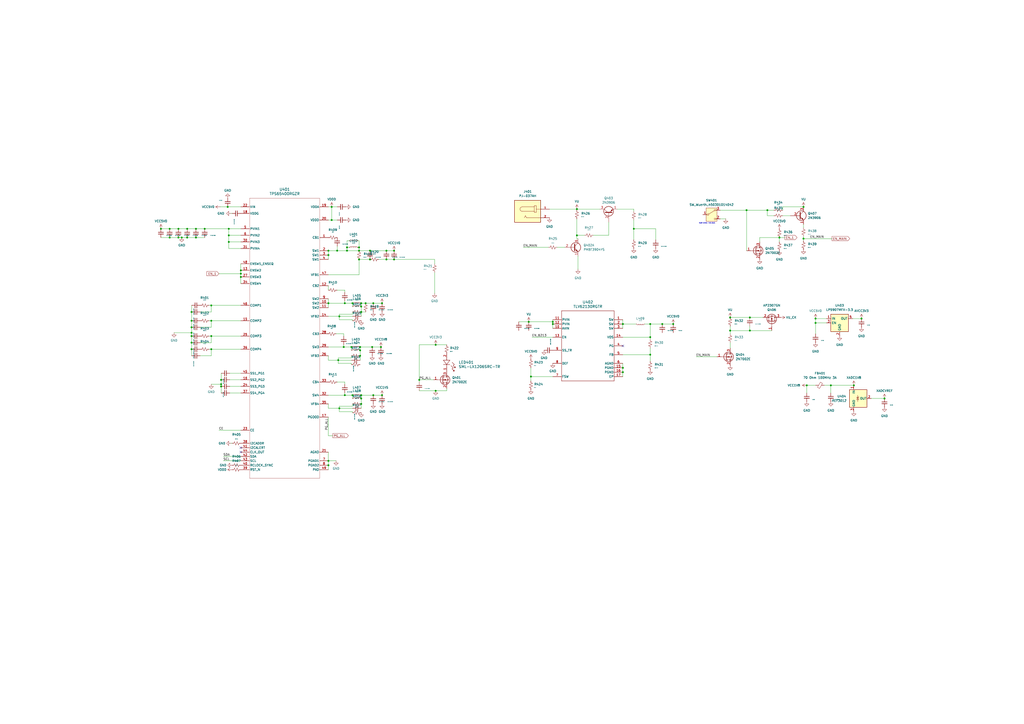
<source format=kicad_sch>
(kicad_sch (version 20231120) (generator "eeschema") (generator_version "8.0")
  (paper "A2")
  (junction (at 192.405 127.635))
  (junction (at 320.675 187.96))
  (junction (at 215.9 201.295))
  (junction (at 195.58 145.415))
  (junction (at 252.73 200.025))
  (junction (at 214.63 150.495))
  (junction (at 361.315 215.9))
  (junction (at 113.665 137.795))
  (junction (at 200.025 229.235))
  (junction (at 216.535 229.235))
  (junction (at 132.715 136.525))
  (junction (at 423.545 191.77))
  (junction (at 111.125 180.975))
  (junction (at 390.525 187.96))
  (junction (at 208.28 150.495))
  (junction (at 190.5 175.895))
  (junction (at 111.125 189.865))
  (junction (at 203.835 201.295))
  (junction (at 473.075 187.325))
  (junction (at 111.125 194.945))
  (junction (at 212.09 175.895))
  (junction (at 196.85 236.855))
  (junction (at 434.975 191.77))
  (junction (at 128.27 224.155))
  (junction (at 199.39 201.295))
  (junction (at 190.5 147.955))
  (junction (at 473.075 184.785))
  (junction (at 221.615 175.895))
  (junction (at 221.615 229.235))
  (junction (at 445.135 121.92))
  (junction (at 122.555 202.565))
  (junction (at 98.425 132.715))
  (junction (at 334.645 136.525))
  (junction (at 320.675 186.69))
  (junction (at 306.705 186.69))
  (junction (at 466.09 120.015))
  (junction (at 98.425 137.795))
  (junction (at 111.125 186.055))
  (junction (at 103.505 137.795))
  (junction (at 122.555 177.165))
  (junction (at 128.27 222.885))
  (junction (at 209.55 177.8))
  (junction (at 190.5 269.875))
  (junction (at 132.08 120.015))
  (junction (at 228.6 150.495))
  (junction (at 139.7 160.655))
  (junction (at 361.315 187.96))
  (junction (at 252.73 226.695))
  (junction (at 228.6 145.415))
  (junction (at 423.545 184.15))
  (junction (at 208.915 201.295))
  (junction (at 105.41 137.795))
  (junction (at 209.55 180.975))
  (junction (at 209.55 229.235))
  (junction (at 384.175 187.96))
  (junction (at 224.155 150.495))
  (junction (at 201.295 145.415))
  (junction (at 139.7 156.845))
  (junction (at 122.555 194.945))
  (junction (at 361.315 213.36))
  (junction (at 139.7 158.75))
  (junction (at 122.555 186.055))
  (junction (at 377.19 195.58))
  (junction (at 209.55 231.14))
  (junction (at 204.47 229.235))
  (junction (at 208.28 143.51))
  (junction (at 243.205 220.345))
  (junction (at 200.025 175.895))
  (junction (at 208.28 145.415))
  (junction (at 196.85 183.515))
  (junction (at 108.585 137.795))
  (junction (at 108.585 132.715))
  (junction (at 209.55 175.895))
  (junction (at 466.09 138.43))
  (junction (at 132.715 140.335))
  (junction (at 499.745 184.785))
  (junction (at 433.07 121.92))
  (junction (at 334.645 121.285))
  (junction (at 377.19 205.74))
  (junction (at 452.12 137.795))
  (junction (at 132.715 132.715))
  (junction (at 214.63 145.415))
  (junction (at 111.125 193.04))
  (junction (at 513.08 231.14))
  (junction (at 495.3 223.52))
  (junction (at 209.55 234.315))
  (junction (at 216.535 175.895))
  (junction (at 192.405 120.015))
  (junction (at 111.125 202.565))
  (junction (at 224.155 145.415))
  (junction (at 111.125 198.755))
  (junction (at 208.915 203.2))
  (junction (at 190.5 267.335))
  (junction (at 220.98 201.295))
  (junction (at 196.215 208.915))
  (junction (at 204.47 175.895))
  (junction (at 113.665 132.715))
  (junction (at 103.505 132.715))
  (junction (at 93.345 132.715))
  (junction (at 208.915 206.375))
  (junction (at 434.975 184.15))
  (junction (at 190.5 145.415))
  (junction (at 367.665 132.715))
  (junction (at 481.965 223.52))
  (junction (at 201.295 143.51))
  (junction (at 467.995 223.52))
  (junction (at 118.745 132.715))
  (junction (at 377.19 187.96))
  (junction (at 307.975 218.44))
  (junction (at 128.27 220.345))
  (no_connect (at 361.315 200.66))
  (no_connect (at 139.7 259.715))
  (no_connect (at 139.7 262.255))
  (wire (pts (xy 334.645 136.525) (xy 334.645 138.43)))
  (wire (pts (xy 473.075 187.325) (xy 479.425 187.325)))
  (wire (pts (xy 243.205 220.345) (xy 243.205 221.615)))
  (wire (pts (xy 196.85 238.76) (xy 196.85 236.855)))
  (wire (pts (xy 196.215 208.915) (xy 190.5 208.915)))
  (wire (pts (xy 204.47 235.585) (xy 196.85 235.585)))
  (wire (pts (xy 208.28 145.415) (xy 214.63 145.415)))
  (wire (pts (xy 132.715 132.715) (xy 139.7 132.715)))
  (wire (pts (xy 209.55 180.975) (xy 209.55 183.515)))
  (wire (pts (xy 361.315 195.58) (xy 377.19 195.58)))
  (wire (pts (xy 473.075 184.785) (xy 473.075 187.325)))
  (wire (pts (xy 196.215 210.82) (xy 196.215 208.915)))
  (wire (pts (xy 455.295 137.795) (xy 452.12 137.795)))
  (wire (pts (xy 228.6 150.495) (xy 252.095 150.495)))
  (wire (pts (xy 132.715 136.525) (xy 139.7 136.525)))
  (wire (pts (xy 116.205 198.755) (xy 122.555 198.755)))
  (wire (pts (xy 208.28 150.495) (xy 214.63 150.495)))
  (wire (pts (xy 201.295 143.51) (xy 201.295 145.415)))
  (wire (pts (xy 195.58 145.415) (xy 201.295 145.415)))
  (wire (pts (xy 367.665 121.285) (xy 367.665 122.555)))
  (wire (pts (xy 466.09 138.43) (xy 482.6 138.43)))
  (wire (pts (xy 129.54 267.335) (xy 139.7 267.335)))
  (wire (pts (xy 116.205 180.975) (xy 122.555 180.975)))
  (wire (pts (xy 423.545 184.15) (xy 434.975 184.15)))
  (wire (pts (xy 440.69 140.335) (xy 440.69 137.795)))
  (wire (pts (xy 203.835 208.915) (xy 196.215 208.915)))
  (wire (pts (xy 208.28 143.51) (xy 208.28 145.415)))
  (wire (pts (xy 190.5 267.335) (xy 194.945 267.335)))
  (wire (pts (xy 111.125 193.04) (xy 111.125 194.945)))
  (wire (pts (xy 423.545 198.755) (xy 423.545 201.93)))
  (wire (pts (xy 139.7 153.035) (xy 139.7 156.845)))
  (wire (pts (xy 204.47 185.42) (xy 196.85 185.42)))
  (wire (pts (xy 133.35 227.965) (xy 139.7 227.965)))
  (wire (pts (xy 133.985 123.825) (xy 134.62 123.825)))
  (wire (pts (xy 209.55 177.8) (xy 209.55 180.975)))
  (wire (pts (xy 377.19 187.96) (xy 377.19 195.58)))
  (wire (pts (xy 108.585 132.715) (xy 113.665 132.715)))
  (wire (pts (xy 122.555 189.865) (xy 122.555 186.055)))
  (wire (pts (xy 367.665 127.635) (xy 367.665 132.715)))
  (wire (pts (xy 204.47 180.975) (xy 204.47 182.245)))
  (wire (pts (xy 200.025 227.965) (xy 200.025 229.235)))
  (wire (pts (xy 417.83 127) (xy 421.005 127)))
  (wire (pts (xy 190.5 262.255) (xy 190.5 267.335)))
  (wire (pts (xy 445.135 121.92) (xy 448.945 121.92)))
  (wire (pts (xy 127 158.75) (xy 139.7 158.75)))
  (wire (pts (xy 433.07 121.92) (xy 433.07 145.415)))
  (wire (pts (xy 129.54 264.795) (xy 139.7 264.795)))
  (wire (pts (xy 139.7 158.75) (xy 139.7 160.655)))
  (wire (pts (xy 190.5 165.735) (xy 190.5 168.275)))
  (wire (pts (xy 209.55 175.895) (xy 212.09 175.895)))
  (wire (pts (xy 203.835 210.82) (xy 196.215 210.82)))
  (wire (pts (xy 224.155 150.495) (xy 228.6 150.495)))
  (wire (pts (xy 454.025 120.015) (xy 466.09 120.015)))
  (wire (pts (xy 445.135 125.095) (xy 448.945 125.095)))
  (wire (pts (xy 113.665 132.715) (xy 118.745 132.715)))
  (wire (pts (xy 193.04 252.73) (xy 190.5 252.73)))
  (wire (pts (xy 204.47 175.895) (xy 204.47 177.8)))
  (wire (pts (xy 380.365 139.065) (xy 380.365 132.715)))
  (wire (pts (xy 204.47 236.855) (xy 196.85 236.855)))
  (wire (pts (xy 190.5 145.415) (xy 195.58 145.415)))
  (wire (pts (xy 208.915 201.295) (xy 215.9 201.295)))
  (wire (pts (xy 361.315 210.82) (xy 361.315 213.36)))
  (wire (pts (xy 202.565 143.51) (xy 201.295 143.51)))
  (wire (pts (xy 308.61 195.58) (xy 320.675 195.58)))
  (wire (pts (xy 190.5 267.335) (xy 190.5 269.875)))
  (wire (pts (xy 132.715 132.715) (xy 132.715 136.525)))
  (wire (pts (xy 377.19 187.96) (xy 384.175 187.96)))
  (wire (pts (xy 361.315 215.9) (xy 361.315 218.44)))
  (wire (pts (xy 195.58 120.015) (xy 192.405 120.015)))
  (wire (pts (xy 384.175 187.96) (xy 390.525 187.96)))
  (wire (pts (xy 209.55 231.14) (xy 209.55 234.315)))
  (wire (pts (xy 190.5 147.955) (xy 190.5 150.495)))
  (wire (pts (xy 454.025 121.92) (xy 454.025 120.015)))
  (wire (pts (xy 190.5 175.895) (xy 190.5 178.435)))
  (wire (pts (xy 208.915 201.295) (xy 208.915 203.2)))
  (wire (pts (xy 105.41 137.795) (xy 108.585 137.795)))
  (wire (pts (xy 200.025 168.275) (xy 200.025 169.545)))
  (wire (pts (xy 132.715 144.145) (xy 139.7 144.145)))
  (wire (pts (xy 219.71 150.495) (xy 224.155 150.495)))
  (wire (pts (xy 199.39 201.295) (xy 203.835 201.295)))
  (wire (pts (xy 196.85 185.42) (xy 196.85 183.515)))
  (wire (pts (xy 417.83 121.92) (xy 433.07 121.92)))
  (wire (pts (xy 204.47 234.315) (xy 204.47 235.585)))
  (wire (pts (xy 190.5 159.385) (xy 208.28 159.385)))
  (wire (pts (xy 113.665 137.795) (xy 118.745 137.795)))
  (wire (pts (xy 207.645 139.7) (xy 208.28 139.7)))
  (wire (pts (xy 367.665 132.715) (xy 367.665 139.065)))
  (wire (pts (xy 300.99 186.69) (xy 306.705 186.69)))
  (wire (pts (xy 199.39 200.025) (xy 199.39 201.295)))
  (wire (pts (xy 139.7 160.655) (xy 139.7 164.465)))
  (wire (pts (xy 303.53 143.51) (xy 318.135 143.51)))
  (wire (pts (xy 481.965 223.52) (xy 495.3 223.52)))
  (wire (pts (xy 216.535 175.895) (xy 221.615 175.895)))
  (wire (pts (xy 479.425 184.785) (xy 473.075 184.785)))
  (wire (pts (xy 133.985 257.175) (xy 134.62 257.175)))
  (wire (pts (xy 122.555 222.885) (xy 128.27 222.885)))
  (wire (pts (xy 118.745 132.715) (xy 132.715 132.715)))
  (wire (pts (xy 252.73 200.025) (xy 259.08 200.025)))
  (wire (pts (xy 374.015 187.96) (xy 377.19 187.96)))
  (wire (pts (xy 93.345 137.795) (xy 98.425 137.795)))
  (wire (pts (xy 98.425 137.795) (xy 103.505 137.795)))
  (wire (pts (xy 128.27 222.885) (xy 128.27 220.345)))
  (wire (pts (xy 334.645 136.525) (xy 339.09 136.525)))
  (wire (pts (xy 243.205 200.025) (xy 252.73 200.025)))
  (wire (pts (xy 122.555 194.945) (xy 139.7 194.945)))
  (wire (pts (xy 467.995 227.965) (xy 467.995 223.52)))
  (wire (pts (xy 335.28 148.59) (xy 335.28 156.21)))
  (wire (pts (xy 204.47 238.76) (xy 196.85 238.76)))
  (wire (pts (xy 199.39 193.675) (xy 199.39 194.945)))
  (wire (pts (xy 307.975 218.44) (xy 307.975 220.98)))
  (wire (pts (xy 190.5 206.375) (xy 190.5 208.915)))
  (wire (pts (xy 103.505 137.795) (xy 105.41 137.795)))
  (wire (pts (xy 505.46 231.14) (xy 513.08 231.14)))
  (wire (pts (xy 473.075 193.675) (xy 473.075 187.325)))
  (wire (pts (xy 190.5 269.875) (xy 190.5 272.415)))
  (wire (pts (xy 190.5 241.935) (xy 190.5 252.73)))
  (wire (pts (xy 361.315 187.96) (xy 361.315 190.5)))
  (wire (pts (xy 192.405 120.015) (xy 190.5 120.015)))
  (wire (pts (xy 192.405 120.015) (xy 192.405 127.635)))
  (wire (pts (xy 204.47 185.42) (xy 204.47 186.055)))
  (wire (pts (xy 100.965 193.04) (xy 111.125 193.04)))
  (wire (pts (xy 434.975 184.15) (xy 442.595 184.15)))
  (wire (pts (xy 122.555 177.165) (xy 139.7 177.165)))
  (wire (pts (xy 209.55 229.235) (xy 209.55 231.14)))
  (wire (pts (xy 358.14 121.285) (xy 367.665 121.285)))
  (wire (pts (xy 190.5 229.235) (xy 200.025 229.235)))
  (wire (pts (xy 195.58 127.635) (xy 192.405 127.635)))
  (wire (pts (xy 127 249.555) (xy 139.7 249.555)))
  (wire (pts (xy 132.715 136.525) (xy 132.715 140.335)))
  (wire (pts (xy 93.345 132.715) (xy 98.425 132.715)))
  (wire (pts (xy 466.09 130.175) (xy 466.09 132.08)))
  (wire (pts (xy 452.12 137.795) (xy 452.12 140.335)))
  (wire (pts (xy 466.09 138.43) (xy 466.09 139.7)))
  (wire (pts (xy 243.205 220.345) (xy 243.205 200.025)))
  (wire (pts (xy 252.095 150.495) (xy 252.095 153.035)))
  (wire (pts (xy 190.5 145.415) (xy 190.5 147.955)))
  (wire (pts (xy 204.47 238.76) (xy 204.47 239.395)))
  (wire (pts (xy 320.675 185.42) (xy 320.675 186.69)))
  (wire (pts (xy 122.555 186.055) (xy 139.7 186.055)))
  (wire (pts (xy 334.645 138.43) (xy 335.28 138.43)))
  (wire (pts (xy 127.635 120.015) (xy 132.08 120.015)))
  (wire (pts (xy 132.715 140.335) (xy 139.7 140.335)))
  (wire (pts (xy 209.55 229.235) (xy 216.535 229.235)))
  (wire (pts (xy 133.35 224.155) (xy 139.7 224.155)))
  (wire (pts (xy 201.295 139.7) (xy 201.295 143.51)))
  (wire (pts (xy 201.295 145.415) (xy 208.28 145.415)))
  (wire (pts (xy 377.19 205.74) (xy 377.19 209.55)))
  (wire (pts (xy 243.205 220.345) (xy 251.46 220.345)))
  (wire (pts (xy 116.205 206.375) (xy 122.555 206.375)))
  (wire (pts (xy 202.565 139.7) (xy 201.295 139.7)))
  (wire (pts (xy 334.645 121.285) (xy 334.645 121.92)))
  (wire (pts (xy 203.835 206.375) (xy 203.835 207.645)))
  (wire (pts (xy 434.975 191.77) (xy 423.545 191.77)))
  (wire (pts (xy 204.47 183.515) (xy 196.85 183.515)))
  (wire (pts (xy 423.545 191.77) (xy 423.545 193.675)))
  (wire (pts (xy 208.915 206.375) (xy 208.915 208.915)))
  (wire (pts (xy 318.77 121.285) (xy 334.645 121.285)))
  (wire (pts (xy 132.08 120.015) (xy 139.7 120.015)))
  (wire (pts (xy 200.025 229.235) (xy 204.47 229.235)))
  (wire (pts (xy 208.28 159.385) (xy 208.28 150.495)))
  (wire (pts (xy 440.69 137.795) (xy 452.12 137.795)))
  (wire (pts (xy 259.08 226.695) (xy 259.08 225.425)))
  (wire (pts (xy 433.07 121.92) (xy 445.135 121.92)))
  (wire (pts (xy 243.205 226.695) (xy 252.73 226.695)))
  (wire (pts (xy 111.125 180.975) (xy 111.125 177.165)))
  (wire (pts (xy 121.285 177.165) (xy 122.555 177.165)))
  (wire (pts (xy 361.315 205.74) (xy 377.19 205.74)))
  (wire (pts (xy 353.06 136.525) (xy 353.06 128.905)))
  (wire (pts (xy 190.5 173.355) (xy 190.5 175.895)))
  (wire (pts (xy 377.19 195.58) (xy 377.19 196.85)))
  (wire (pts (xy 215.9 201.295) (xy 220.98 201.295)))
  (wire (pts (xy 196.215 207.645) (xy 196.215 208.915)))
  (wire (pts (xy 209.55 175.895) (xy 209.55 177.8)))
  (wire (pts (xy 207.645 143.51) (xy 208.28 143.51)))
  (wire (pts (xy 122.555 206.375) (xy 122.555 202.565)))
  (wire (pts (xy 108.585 137.795) (xy 113.665 137.795)))
  (wire (pts (xy 195.58 142.875) (xy 195.58 145.415)))
  (wire (pts (xy 204.47 229.235) (xy 204.47 231.14)))
  (wire (pts (xy 128.27 222.885) (xy 128.27 224.155)))
  (wire (pts (xy 209.55 234.315) (xy 209.55 236.855)))
  (wire (pts (xy 214.63 145.415) (xy 224.155 145.415)))
  (wire (pts (xy 445.135 121.92) (xy 445.135 125.095)))
  (wire (pts (xy 361.315 187.96) (xy 368.935 187.96)))
  (wire (pts (xy 200.025 175.895) (xy 204.47 175.895)))
  (wire (pts (xy 189.865 193.675) (xy 190.5 193.675)))
  (wire (pts (xy 200.025 221.615) (xy 200.025 222.885)))
  (wire (pts (xy 434.975 191.77) (xy 447.675 191.77)))
  (wire (pts (xy 121.285 194.945) (xy 122.555 194.945)))
  (wire (pts (xy 98.425 132.715) (xy 103.505 132.715)))
  (wire (pts (xy 209.55 180.975) (xy 212.09 180.975)))
  (wire (pts (xy 224.155 145.415) (xy 228.6 145.415)))
  (wire (pts (xy 320.675 187.96) (xy 320.675 190.5)))
  (wire (pts (xy 252.095 158.115) (xy 252.095 170.18)))
  (wire (pts (xy 252.73 226.695) (xy 259.08 226.695)))
  (wire (pts (xy 111.125 193.04) (xy 111.125 189.865)))
  (wire (pts (xy 111.125 189.865) (xy 111.125 186.055)))
  (wire (pts (xy 116.205 189.865) (xy 122.555 189.865)))
  (wire (pts (xy 203.835 207.645) (xy 196.215 207.645)))
  (wire (pts (xy 192.405 127.635) (xy 190.5 127.635)))
  (wire (pts (xy 454.025 125.095) (xy 458.47 125.095)))
  (wire (pts (xy 195.58 168.275) (xy 200.025 168.275)))
  (wire (pts (xy 195.58 221.615) (xy 200.025 221.615)))
  (wire (pts (xy 403.86 207.01) (xy 415.925 207.01)))
  (wire (pts (xy 203.835 210.82) (xy 203.835 211.455)))
  (wire (pts (xy 307.975 213.36) (xy 307.975 218.44)))
  (wire (pts (xy 320.675 218.44) (xy 307.975 218.44)))
  (wire (pts (xy 111.125 198.755) (xy 111.125 202.565)))
  (wire (pts (xy 334.645 127) (xy 334.645 136.525)))
  (wire (pts (xy 203.835 201.295) (xy 203.835 203.2)))
  (wire (pts (xy 132.715 140.335) (xy 132.715 144.145)))
  (wire (pts (xy 344.17 136.525) (xy 353.06 136.525)))
  (wire (pts (xy 128.27 224.155) (xy 128.27 227.965)))
  (wire (pts (xy 133.35 216.535) (xy 139.7 216.535)))
  (wire (pts (xy 200.025 174.625) (xy 200.025 175.895)))
  (wire (pts (xy 361.315 185.42) (xy 361.315 187.96)))
  (wire (pts (xy 196.85 235.585) (xy 196.85 236.855)))
  (wire (pts (xy 121.285 202.565) (xy 122.555 202.565)))
  (wire (pts (xy 208.915 203.2) (xy 208.915 206.375)))
  (wire (pts (xy 122.555 180.975) (xy 122.555 177.165)))
  (wire (pts (xy 121.285 186.055) (xy 122.555 186.055)))
  (wire (pts (xy 194.945 193.675) (xy 199.39 193.675)))
  (wire (pts (xy 190.5 236.855) (xy 190.5 234.315)))
  (wire (pts (xy 196.85 183.515) (xy 190.5 183.515)))
  (wire (pts (xy 111.125 194.945) (xy 111.125 198.755)))
  (wire (pts (xy 306.705 186.69) (xy 320.675 186.69)))
  (wire (pts (xy 361.315 213.36) (xy 361.315 215.9)))
  (wire (pts (xy 494.665 184.785) (xy 499.745 184.785)))
  (wire (pts (xy 377.19 201.93) (xy 377.19 205.74)))
  (wire (pts (xy 216.535 229.235) (xy 221.615 229.235)))
  (wire (pts (xy 133.35 220.345) (xy 139.7 220.345)))
  (wire (pts (xy 208.28 139.7) (xy 208.28 143.51)))
  (wire (pts (xy 380.365 132.715) (xy 367.665 132.715)))
  (wire (pts (xy 122.555 202.565) (xy 139.7 202.565)))
  (wire (pts (xy 128.27 220.345) (xy 128.27 216.535)))
  (wire (pts (xy 212.09 175.895) (xy 216.535 175.895)))
  (wire (pts (xy 139.7 156.845) (xy 139.7 158.75)))
  (wire (pts (xy 103.505 132.715) (xy 108.585 132.715)))
  (wire (pts (xy 190.5 201.295) (xy 199.39 201.295)))
  (wire (pts (xy 122.555 198.755) (xy 122.555 194.945)))
  (wire (pts (xy 320.675 186.69) (xy 320.675 187.96)))
  (wire (pts (xy 190.5 175.895) (xy 200.025 175.895)))
  (wire (pts (xy 196.85 182.245) (xy 196.85 183.515)))
  (wire (pts (xy 196.85 236.855) (xy 190.5 236.855)))
  (wire (pts (xy 204.47 182.245) (xy 196.85 182.245)))
  (wire (pts (xy 111.125 202.565) (xy 111.125 206.375)))
  (wire (pts (xy 111.125 186.055) (xy 111.125 180.975)))
  (wire (pts (xy 423.545 189.23) (xy 423.545 191.77)))
  (wire (pts (xy 323.215 143.51) (xy 327.66 143.51)))
  (wire (pts (xy 481.965 223.52) (xy 481.965 227.965)))
  (wire (pts (xy 478.155 223.52) (xy 481.965 223.52)))
  (wire (pts (xy 434.975 189.23) (xy 434.975 191.77)))
  (wire (pts (xy 466.09 137.16) (xy 466.09 138.43)))
  (wire (pts (xy 334.645 121.285) (xy 347.98 121.285)))
  (wire (pts (xy 467.995 223.52) (xy 473.075 223.52)))
  (text "MUST CHECK THIS ONCE\n" (at 410.21 129.54 0) (effects (font (size 0.508 0.508))))
  (label "EN_6213" (at 308.61 195.58 0))
  (label "SDA" (at 129.54 264.795 0))
  (label "PG_ALL" (at 190.5 249.555 90))
  (label "EN_MAIN" (at 303.53 143.51 0))
  (label "EN_MAIN" (at 403.86 207.01 0))
  (label "PG_ALL" (at 243.205 220.345 0))
  (label "SCL" (at 129.54 267.335 0))
  (label "CE" (at 127 249.555 0))
  (label "EN_MAIN" (at 469.9 138.43 0))
  (global_label "EN_MAIN" (shape output) (at 482.6 138.43 0) (property "Intersheetrefs" "${INTERSHEET_REFS}" (effects (hide yes))))
  (global_label "EN_1" (shape output) (at 455.295 137.795 0) (property "Intersheetrefs" "${INTERSHEET_REFS}" (effects (hide yes))))
  (global_label "PG_ALL" (shape output) (at 193.04 252.73 0) (property "Intersheetrefs" "${INTERSHEET_REFS}" (effects (hide yes))))
  (global_label "EN_1" (shape input) (at 127 158.75 180) (property "Intersheetrefs" "${INTERSHEET_REFS}" (effects (hide yes))))
  (symbol (lib_id "Device:C_Small") (at 130.81 224.155 270) (unit 1)
    (property "Reference" "C417" (effects (hide yes)))
    (property "Value" "33nF 16V 0603" (at 129.5338 227.33 0) (effects (font (size 0.254 0.254)) (justify left)))
    (property "Footprint" "Capacitor_SMD:C_0603_1608Metric" (effects (hide yes)))
    (property "Description" "Unpolarized capacitor, small symbol" (effects (hide yes)))
  )
  (symbol (lib_id "power:GND") (at 377.19 214.63 0) (unit 1)
    (property "Reference" "#PWR0439" (effects (hide yes)))
    (property "Value" "GND" (at 377.19 219.71 0))
    (property "Description" "Power symbol creates a global label with name \"GND\" , ground" (effects (hide yes)))
  )
  (symbol (lib_id "power:GND") (at 221.615 180.975 0) (unit 1)
    (property "Reference" "#PWR0423" (effects (hide yes)))
    (property "Value" "GND" (at 221.615 185.42 0))
    (property "Description" "Power symbol creates a global label with name \"GND\" , ground" (effects (hide yes)))
  )
  (symbol (lib_id "Device:R_Small_US") (at 208.28 147.955 0) (unit 1)
    (property "Reference" "R418" (at 210.82 147.3199 0) (effects (justify left)))
    (property "Value" "8.2K 5%" (at 210.82 149.225 0) (effects (font (size 0.254 0.254)) (justify left)))
    (property "Footprint" "Resistor_SMD:R_0805_2012Metric" (effects (hide yes)))
    (property "Description" "Resistor, small US symbol" (effects (hide yes)))
  )
  (symbol (lib_id "Device:R_Small_US") (at 207.01 180.975 270) (unit 1)
    (property "Reference" "R414" (at 207.01 176.53 90))
    (property "Value" "9.31K 1%" (at 207.01 177.8 90) (effects (font (size 0.254 0.254))))
    (property "Footprint" "Resistor_SMD:R_0805_2012Metric" (effects (hide yes)))
    (property "Description" "Resistor, small US symbol" (effects (hide yes)))
  )
  (symbol (lib_id "Device:L_Small") (at 205.105 139.7 90) (unit 1)
    (property "Reference" "L401" (at 205.105 135.89 90))
    (property "Value" "2.2uH 8A" (at 205.105 137.16 90) (effects (font (size 0.254 0.254))))
    (property "Footprint" "Inductor_SMD:L_1806_4516Metric" (effects (hide yes)))
    (property "Description" "Inductor, small symbol" (effects (hide yes)))
  )
  (symbol (lib_id "Switch:SW_Wuerth_450301014042") (at 412.75 124.46 0) (unit 1)
    (property "Reference" "SW401" (at 412.75 116.205 0))
    (property "Value" "SW_Wuerth_450301014042" (at 412.75 118.745 0))
    (property "Footprint" "Button_Switch_SMD:SW_SPST_CK_KMS2xxGP" (effects (hide yes)))
    (property "Datasheet" "https://www.we-online.com/components/products/datasheet/450301014042.pdf" (effects (hide yes)))
    (property "Description" "Switch slide, single pole double throw" (effects (hide yes)))
  )
  (symbol (lib_id "power:GND") (at 452.12 145.415 0) (unit 1)
    (property "Reference" "#PWR0447" (effects (hide yes)))
    (property "Value" "GND" (at 452.12 150.495 0))
    (property "Description" "Power symbol creates a global label with name \"GND\" , ground" (effects (hide yes)))
  )
  (symbol (lib_id "power:GND") (at 320.675 210.82 0) (unit 1)
    (property "Reference" "#PWR0435" (effects (hide yes)))
    (property "Value" "GND" (at 320.675 215.265 0))
    (property "Description" "Power symbol creates a global label with name \"GND\" , ground" (effects (hide yes)))
  )
  (symbol (lib_id "2025-02-15_04-53-13:SML-LX1206SRC-TR") (at 259.08 205.105 270) (unit 1)
    (property "Reference" "LED401" (at 266.065 210.1849 90) (effects (font (size 1.524 1.524)) (justify left)))
    (property "Value" "SML-LX1206SRC-TR" (at 266.065 212.7249 90) (effects (font (size 1.524 1.524)) (justify left)))
    (property "Footprint" "ul_SML-LX1206SRC-TR:LED_3P2X1P5_LUM" (effects (hide yes)))
    (property "Datasheet" "SML-LX1206SRC-TR" (effects (hide yes)))
  )
  (symbol (lib_id "Device:C_Small") (at 473.075 196.215 0) (unit 1)
    (property "Reference" "C448" (effects (hide yes)))
    (property "Value" "1uF 6.3V" (at 476.25 197.4912 0) (effects (font (size 0.254 0.254)) (justify left)))
    (property "Footprint" "Capacitor_SMD:C_0805_2012Metric" (effects (hide yes)))
    (property "Description" "Unpolarized capacitor, small symbol" (effects (hide yes)))
  )
  (symbol (lib_id "Device:C_Small") (at 130.81 220.345 270) (unit 1)
    (property "Reference" "C416" (effects (hide yes)))
    (property "Value" "33nF 16V 0603" (effects (hide yes)))
    (property "Footprint" "Capacitor_SMD:C_0603_1608Metric" (effects (hide yes)))
    (property "Description" "Unpolarized capacitor, small symbol" (effects (hide yes)))
  )
  (symbol (lib_id "Device:R_Small_US") (at 377.19 212.09 0) (unit 1)
    (property "Reference" "R431" (at 379.73 211.4549 0) (effects (justify left)))
    (property "Value" "13.3K 1%" (at 379.73 213.36 0) (effects (font (size 0.254 0.254)) (justify left)))
    (property "Footprint" "Resistor_SMD:R_0805_2012Metric" (effects (hide yes)))
    (property "Description" "Resistor, small US symbol" (effects (hide yes)))
  )
  (symbol (lib_id "Device:FerriteBead_Small") (at 475.615 223.52 270) (unit 1)
    (property "Reference" "FB401" (at 475.6531 216.535 90))
    (property "Value" "70 Ohm 100MHz 3A" (at 475.6531 219.075 90))
    (property "Footprint" "Inductor_SMD:L_0603_1608Metric" (effects (hide yes)))
    (property "Description" "Ferrite bead, small symbol" (effects (hide yes)))
  )
  (symbol (lib_id "Transistor_FET:2N7002E") (at 421.005 207.01 0) (unit 1)
    (property "Reference" "Q404" (at 426.72 205.7399 0) (effects (justify left)))
    (property "Value" "2N7002E" (at 426.72 208.2799 0) (effects (justify left)))
    (property "Footprint" "Package_TO_SOT_SMD:SOT-23" (effects (hide yes)))
    (property "Datasheet" "http://www.diodes.com/assets/Datasheets/ds30376.pdf" (effects (hide yes)))
    (property "Description" "0.24A Id, 60V Vds, N-Channel MOSFET, SOT-23" (effects (hide yes)))
  )
  (symbol (lib_id "Device:C_Small") (at 98.425 135.255 0) (unit 1)
    (property "Reference" "C402" (effects (hide yes)))
    (property "Value" "22uF 6.3V 0805" (at 101.6 136.5312 0) (effects (font (size 0.254 0.254)) (justify left)))
    (property "Footprint" "Capacitor_SMD:C_0805_2012Metric" (effects (hide yes)))
    (property "Description" "Unpolarized capacitor, small symbol" (effects (hide yes)))
  )
  (symbol (lib_id "Device:C_Small") (at 113.665 177.165 270) (unit 1)
    (property "Reference" "C406" (effects (hide yes)))
    (property "Value" "1500pF 50V 0603" (at 112.3888 179.07 0) (effects (font (size 0.254 0.254)) (justify left)))
    (property "Footprint" "Capacitor_SMD:C_0603_1608Metric" (effects (hide yes)))
    (property "Description" "Unpolarized capacitor, small symbol" (effects (hide yes)))
  )
  (symbol (lib_id "Device:C_Small") (at 130.81 216.535 270) (unit 1)
    (property "Reference" "C415" (effects (hide yes)))
    (property "Value" "33nF 16V 0603" (at 129.5338 219.71 0) (effects (font (size 0.254 0.254)) (justify left)))
    (property "Footprint" "Capacitor_SMD:C_0603_1608Metric" (effects (hide yes)))
    (property "Description" "Unpolarized capacitor, small symbol" (effects (hide yes)))
  )
  (symbol (lib_id "power:VCC") (at 252.73 200.025 0) (unit 1)
    (property "Reference" "#PWR0428" (effects (hide yes)))
    (property "Value" "VCC3V3" (at 252.73 195.58 0))
    (property "Description" "Power symbol creates a global label with name \"VCC\"" (effects (hide yes)))
  )
  (symbol (lib_id "power:GND") (at 194.945 267.335 0) (unit 1)
    (property "Reference" "#PWR0412" (effects (hide yes)))
    (property "Value" "GND" (at 194.945 271.78 0))
    (property "Description" "Power symbol creates a global label with name \"GND\" , ground" (effects (hide yes)))
  )
  (symbol (lib_id "Device:C_Small") (at 103.505 135.255 0) (unit 1)
    (property "Reference" "C403" (effects (hide yes)))
    (property "Value" "47uF 6.3V 0805" (at 106.68 136.5312 0) (effects (font (size 0.254 0.254)) (justify left)))
    (property "Footprint" "Capacitor_SMD:C_0805_2012Metric" (effects (hide yes)))
    (property "Description" "Unpolarized capacitor, small symbol" (effects (hide yes)))
  )
  (symbol (lib_id "Device:C_Small") (at 200.025 172.085 0) (unit 1)
    (property "Reference" "C425" (effects (hide yes)))
    (property "Value" "0.1uF 25V 0805" (at 201.295 173.99 0) (effects (font (size 0.254 0.254)) (justify left)))
    (property "Footprint" "Capacitor_SMD:C_0805_2012Metric" (effects (hide yes)))
    (property "Description" "Unpolarized capacitor, small symbol" (effects (hide yes)))
  )
  (symbol (lib_id "power:GND") (at 221.615 234.315 0) (unit 1)
    (property "Reference" "#PWR0425" (effects (hide yes)))
    (property "Value" "GND" (at 221.615 238.76 0))
    (property "Description" "Power symbol creates a global label with name \"GND\" , ground" (effects (hide yes)))
  )
  (symbol (lib_id "Device:C_Small") (at 113.665 194.945 270) (unit 1)
    (property "Reference" "C410" (effects (hide yes)))
    (property "Value" "330pF 50V 0603" (at 112.3888 196.85 0) (effects (font (size 0.254 0.254)) (justify left)))
    (property "Footprint" "Capacitor_SMD:C_0603_1608Metric" (effects (hide yes)))
    (property "Description" "Unpolarized capacitor, small symbol" (effects (hide yes)))
  )
  (symbol (lib_id "Device:C_Small") (at 198.12 120.015 270) (unit 1)
    (property "Reference" "C422" (effects (hide yes)))
    (property "Value" "4.7uF 16V" (at 196.8438 123.19 0) (effects (font (size 0.254 0.254)) (justify left)))
    (property "Footprint" "Capacitor_SMD:C_0805_2012Metric" (effects (hide yes)))
    (property "Description" "Unpolarized capacitor, small symbol" (effects (hide yes)))
  )
  (symbol (lib_id "power:GND") (at 335.28 156.21 0) (unit 1)
    (property "Reference" "#PWR0437" (effects (hide yes)))
    (property "Value" "GND" (at 335.28 161.29 0))
    (property "Description" "Power symbol creates a global label with name \"GND\" , ground" (effects (hide yes)))
  )
  (symbol (lib_id "power:GND") (at 307.975 226.06 0) (unit 1)
    (property "Reference" "#PWR0432" (effects (hide yes)))
    (property "Value" "GND" (at 307.975 231.14 0))
    (property "Description" "Power symbol creates a global label with name \"GND\" , ground" (effects (hide yes)))
  )
  (symbol (lib_id "power:VCC") (at 452.755 184.15 270) (unit 1)
    (property "Reference" "#PWR0448" (effects (hide yes)))
    (property "Value" "VU_CK" (at 455.93 184.1499 90) (effects (justify left)))
    (property "Description" "Power symbol creates a global label with name \"VCC\"" (effects (hide yes)))
  )
  (symbol (lib_id "power:VCC") (at 93.345 132.715 0) (unit 1)
    (property "Reference" "#PWR0401" (effects (hide yes)))
    (property "Value" "VCC5V0" (at 93.345 128.27 0))
    (property "Description" "Power symbol creates a global label with name \"VCC\"" (effects (hide yes)))
  )
  (symbol (lib_id "power:VCC") (at 307.975 208.28 0) (unit 1)
    (property "Reference" "#PWR0431" (effects (hide yes)))
    (property "Value" "VCC5V0" (at 307.975 203.835 0))
    (property "Description" "Power symbol creates a global label with name \"VCC\"" (effects (hide yes)))
  )
  (symbol (lib_id "Device:L_Small") (at 371.475 187.96 270) (unit 1)
    (property "Reference" "L409" (at 371.475 184.785 90))
    (property "Value" "2.2uH 3A" (at 371.475 186.055 90) (effects (font (size 0.254 0.254))))
    (property "Footprint" "Inductor_SMD:L_1806_4516Metric" (effects (hide yes)))
    (property "Description" "Inductor, small symbol" (effects (hide yes)))
  )
  (symbol (lib_id "Device:C_Small") (at 513.08 233.68 0) (unit 1)
    (property "Reference" "C451" (effects (hide yes)))
    (property "Value" "0.1uF16V" (at 516.255 234.9562 0) (effects (font (size 0.254 0.254)) (justify left)))
    (property "Footprint" "Capacitor_SMD:C_0805_2012Metric" (effects (hide yes)))
    (property "Description" "Unpolarized capacitor, small symbol" (effects (hide yes)))
  )
  (symbol (lib_id "Device:C_Small") (at 216.535 231.775 0) (unit 1)
    (property "Reference" "C433" (effects (hide yes)))
    (property "Value" "0.1uF 16V 0805" (at 219.71 233.0512 0) (effects (font (size 0.254 0.254)) (justify left)))
    (property "Footprint" "Capacitor_SMD:C_0805_2012Metric" (effects (hide yes)))
    (property "Description" "Unpolarized capacitor, small symbol" (effects (hide yes)))
  )
  (symbol (lib_id "Device:R_Small_US") (at 320.675 143.51 270) (unit 1)
    (property "Reference" "R425" (at 320.675 138.43 90))
    (property "Value" "10K 1%" (at 320.675 140.97 90) (effects (font (size 0.254 0.254))))
    (property "Footprint" "Resistor_SMD:R_0805_2012Metric" (effects (hide yes)))
    (property "Description" "Resistor, small US symbol" (effects (hide yes)))
  )
  (symbol (lib_id "Device:L_Small") (at 207.01 229.235 90) (unit 1)
    (property "Reference" "L407" (at 207.01 224.79 90))
    (property "Value" "4.7uH 3A" (at 207.01 227.33 90) (effects (font (size 0.254 0.254))))
    (property "Footprint" "Inductor_SMD:L_1806_4516Metric" (effects (hide yes)))
    (property "Description" "Inductor, small symbol" (effects (hide yes)))
  )
  (symbol (lib_id "Device:R_Small_US") (at 367.665 125.095 0) (unit 1)
    (property "Reference" "R428" (at 370.205 124.4599 0) (effects (justify left)))
    (property "Value" "100k 1%" (at 370.205 126.365 0) (effects (font (size 0.254 0.254)) (justify left)))
    (property "Footprint" "Resistor_SMD:R_0805_2012Metric" (effects (hide yes)))
    (property "Description" "Resistor, small US symbol" (effects (hide yes)))
  )
  (symbol (lib_id "Device:C_Small") (at 306.705 189.23 0) (unit 1)
    (property "Reference" "C441" (effects (hide yes)))
    (property "Value" "22uF 25V 0805" (at 309.88 190.5062 0) (effects (font (size 0.254 0.254)) (justify left)))
    (property "Footprint" "Capacitor_SMD:C_0805_2012Metric" (effects (hide yes)))
    (property "Description" "Unpolarized capacitor, small symbol" (effects (hide yes)))
  )
  (symbol (lib_id "Device:C_Small") (at 206.375 208.915 270) (unit 1)
    (property "Reference" "C427" (effects (hide yes)))
    (property "Value" "0.01uF 25V 0805" (at 205.0988 212.09 0) (effects (font (size 0.254 0.254)) (justify left)))
    (property "Footprint" "Capacitor_SMD:C_0805_2012Metric" (effects (hide yes)))
    (property "Description" "Unpolarized capacitor, small symbol" (effects (hide yes)))
  )
  (symbol (lib_id "Device:R_Small_US") (at 217.17 150.495 90) (unit 1)
    (property "Reference" "R420" (at 217.17 146.05 90))
    (property "Value" "30K 1%" (at 217.17 147.32 90) (effects (font (size 0.254 0.254))))
    (property "Footprint" "Resistor_SMD:R_0805_2012Metric" (effects (hide yes)))
    (property "Description" "Resistor, small US symbol" (effects (hide yes)))
  )
  (symbol (lib_id "power:GND") (at 495.3 238.76 0) (unit 1)
    (property "Reference" "#PWR0458" (effects (hide yes)))
    (property "Value" "GND" (at 495.3 243.84 0))
    (property "Description" "Power symbol creates a global label with name \"GND\" , ground" (effects (hide yes)))
  )
  (symbol (lib_id "power:VCC") (at 499.745 184.785 0) (unit 1)
    (property "Reference" "#PWR0459" (effects (hide yes)))
    (property "Value" "AVCC3V3" (at 499.745 180.34 0))
    (property "Description" "Power symbol creates a global label with name \"VCC\"" (effects (hide yes)))
  )
  (symbol (lib_id "Device:R_Small_US") (at 193.04 168.275 90) (unit 1)
    (property "Reference" "R410" (at 193.04 163.83 90))
    (property "Value" "0 5%" (at 193.04 165.1 90) (effects (font (size 0.254 0.254))))
    (property "Footprint" "Resistor_SMD:R_0805_2012Metric" (effects (hide yes)))
    (property "Description" "Resistor, small US symbol" (effects (hide yes)))
  )
  (symbol (lib_id "Device:R_Small_US") (at 259.08 202.565 0) (unit 1)
    (property "Reference" "R422" (at 260.985 201.9299 0) (effects (justify left)))
    (property "Value" "330 1%" (at 260.985 203.835 0) (effects (font (size 0.254 0.254)) (justify left)))
    (property "Footprint" "Resistor_SMD:R_0805_2012Metric" (effects (hide yes)))
    (property "Description" "Resistor, small US symbol" (effects (hide yes)))
  )
  (symbol (lib_id "Device:R_Small_US") (at 451.485 121.92 270) (unit 1)
    (property "Reference" "R434" (at 451.485 117.475 90))
    (property "Value" "10K 1%" (at 451.485 118.745 90) (effects (font (size 0.254 0.254))))
    (property "Footprint" "Resistor_SMD:R_0805_2012Metric" (effects (hide yes)))
    (property "Description" "Resistor, small US symbol" (effects (hide yes)))
  )
  (symbol (lib_id "power:GND") (at 200.66 127.635 90) (unit 1)
    (property "Reference" "#PWR0414" (effects (hide yes)))
    (property "Value" "GND" (at 204.47 127.6349 90) (effects (justify right)))
    (property "Description" "Power symbol creates a global label with name \"GND\" , ground" (effects (hide yes)))
  )
  (symbol (lib_id "Device:C_Small") (at 113.665 186.055 270) (unit 1)
    (property "Reference" "C408" (effects (hide yes)))
    (property "Value" "150pF 50V 0603" (at 112.3888 187.96 0) (effects (font (size 0.254 0.254)) (justify left)))
    (property "Footprint" "Capacitor_SMD:C_0603_1608Metric" (effects (hide yes)))
    (property "Description" "Unpolarized capacitor, small symbol" (effects (hide yes)))
  )
  (symbol (lib_id "Device:C_Small") (at 113.665 198.755 270) (unit 1)
    (property "Reference" "C411" (effects (hide yes)))
    (property "Value" "10pF 50V 0603" (at 112.3888 201.93 0) (effects (font (size 0.254 0.254)) (justify left)))
    (property "Footprint" "Capacitor_SMD:C_0603_1608Metric" (effects (hide yes)))
    (property "Description" "Unpolarized capacitor, small symbol" (effects (hide yes)))
  )
  (symbol (lib_id "Device:L_Small") (at 207.01 177.8 90) (unit 1)
    (property "Reference" "L406" (at 207.01 173.355 90))
    (property "Value" "2.2uH 8A" (at 207.01 175.895 90) (effects (font (size 0.254 0.254))))
    (property "Footprint" "Inductor_SMD:L_1806_4516Metric" (effects (hide yes)))
    (property "Description" "Inductor, small symbol" (effects (hide yes)))
  )
  (symbol (lib_id "Device:C_Small") (at 199.39 197.485 0) (unit 1)
    (property "Reference" "C424" (effects (hide yes)))
    (property "Value" "0.1uF 25V 0805" (at 200.66 199.39 0) (effects (font (size 0.254 0.254)) (justify left)))
    (property "Footprint" "Capacitor_SMD:C_0805_2012Metric" (effects (hide yes)))
    (property "Description" "Unpolarized capacitor, small symbol" (effects (hide yes)))
  )
  (symbol (lib_id "power:GND") (at 513.08 236.22 0) (unit 1)
    (property "Reference" "#PWR0462" (effects (hide yes)))
    (property "Value" "GND" (at 513.08 241.3 0))
    (property "Description" "Power symbol creates a global label with name \"GND\" , ground" (effects (hide yes)))
  )
  (symbol (lib_id "Device:C_Small") (at 118.745 135.255 0) (unit 1)
    (property "Reference" "C414" (effects (hide yes)))
    (property "Value" "47uF 6.3V 0805" (at 121.92 136.5312 0) (effects (font (size 0.254 0.254)) (justify left)))
    (property "Footprint" "Capacitor_SMD:C_0805_2012Metric" (effects (hide yes)))
    (property "Description" "Unpolarized capacitor, small symbol" (effects (hide yes)))
  )
  (symbol (lib_id "Device:R_Small_US") (at 341.63 136.525 270) (unit 1)
    (property "Reference" "R427" (at 341.63 132.08 90))
    (property "Value" "10K 1%" (at 341.63 133.35 90) (effects (font (size 0.254 0.254))))
    (property "Footprint" "Resistor_SMD:R_0805_2012Metric" (effects (hide yes)))
    (property "Description" "Resistor, small US symbol" (effects (hide yes)))
  )
  (symbol (lib_id "Device:R_Small_US") (at 193.04 221.615 90) (unit 1)
    (property "Reference" "R411" (at 193.04 217.17 90))
    (property "Value" "0 5%" (at 193.04 218.44 90) (effects (font (size 0.254 0.254))))
    (property "Footprint" "Resistor_SMD:R_0805_2012Metric" (effects (hide yes)))
    (property "Description" "Resistor, small US symbol" (effects (hide yes)))
  )
  (symbol (lib_id "Device:R_Small_US") (at 118.745 202.565 270) (unit 1)
    (property "Reference" "R404" (at 118.745 198.12 90))
    (property "Value" "75K 1%" (at 118.745 199.39 90) (effects (font (size 0.254 0.254))))
    (property "Footprint" "Resistor_SMD:R_0805_2012Metric" (effects (hide yes)))
    (property "Description" "Resistor, small US symbol" (effects (hide yes)))
  )
  (symbol (lib_id "Device:C_Small") (at 200.025 225.425 0) (unit 1)
    (property "Reference" "C426" (effects (hide yes)))
    (property "Value" "10uF 25V 0805" (at 201.295 227.33 0) (effects (font (size 0.254 0.254)) (justify left)))
    (property "Footprint" "Capacitor_SMD:C_0805_2012Metric" (effects (hide yes)))
    (property "Description" "Unpolarized capacitor, small symbol" (effects (hide yes)))
  )
  (symbol (lib_id "power:GND") (at 105.41 137.795 0) (unit 1)
    (property "Reference" "#PWR0403" (effects (hide yes)))
    (property "Value" "GND" (at 105.41 142.24 0))
    (property "Description" "Power symbol creates a global label with name \"GND\" , ground" (effects (hide yes)))
  )
  (symbol (lib_id "power:GND") (at 367.665 144.145 0) (unit 1)
    (property "Reference" "#PWR0438" (effects (hide yes)))
    (property "Value" "GND" (at 367.665 149.225 0))
    (property "Description" "Power symbol creates a global label with name \"GND\" , ground" (effects (hide yes)))
  )
  (symbol (lib_id "Device:C_Small") (at 300.99 189.23 0) (unit 1)
    (property "Reference" "C440" (effects (hide yes)))
    (property "Value" "0.1uF16V 0805" (at 304.165 190.5062 0) (effects (font (size 0.254 0.254)) (justify left)))
    (property "Footprint" "Capacitor_SMD:C_0805_2012Metric" (effects (hide yes)))
    (property "Description" "Unpolarized capacitor, small symbol" (effects (hide yes)))
  )
  (symbol (lib_id "Device:R_Small_US") (at 206.375 206.375 270) (unit 1)
    (property "Reference" "R412" (at 206.375 201.93 90))
    (property "Value" "20K 1%" (at 206.375 203.2 90) (effects (font (size 0.254 0.254))))
    (property "Footprint" "Resistor_SMD:R_0805_2012Metric" (effects (hide yes)))
    (property "Description" "Resistor, small US symbol" (effects (hide yes)))
  )
  (symbol (lib_id "Device:C_Small") (at 224.155 147.955 0) (unit 1)
    (property "Reference" "C437" (effects (hide yes)))
    (property "Value" "0.1uF 16V 0805" (at 227.33 149.2312 0) (effects (font (size 0.254 0.254)) (justify left)))
    (property "Footprint" "Capacitor_SMD:C_0805_2012Metric" (effects (hide yes)))
    (property "Description" "Unpolarized capacitor, small symbol" (effects (hide yes)))
  )
  (symbol (lib_id "power:VCC") (at 473.075 184.785 0) (unit 1)
    (property "Reference" "#PWR0453" (effects (hide yes)))
    (property "Value" "VCC5V0" (at 473.075 180.34 0))
    (property "Description" "Power symbol creates a global label with name \"VCC\"" (effects (hide yes)))
  )
  (symbol (lib_id "power:VCC") (at 220.98 201.295 0) (unit 1)
    (property "Reference" "#PWR0420" (effects (hide yes)))
    (property "Value" "VCC1V8" (at 220.98 196.85 0))
    (property "Description" "Power symbol creates a global label with name \"VCC\"" (effects (hide yes)))
  )
  (symbol (lib_id "power:VCC") (at 127.635 120.015 90) (unit 1)
    (property "Reference" "#PWR0405" (effects (hide yes)))
    (property "Value" "VCC5V0" (at 124.46 120.0149 90) (effects (justify left)))
    (property "Description" "Power symbol creates a global label with name \"VCC\"" (effects (hide yes)))
  )
  (symbol (lib_id "Device:R_Small_US") (at 466.09 134.62 180) (unit 1)
    (property "Reference" "R438" (at 468.63 133.9849 0) (effects (justify right)))
    (property "Value" "10K 1%" (at 468.63 135.89 0) (effects (font (size 0.254 0.254)) (justify right)))
    (property "Footprint" "Resistor_SMD:R_0805_2012Metric" (effects (hide yes)))
    (property "Description" "Resistor, small US symbol" (effects (hide yes)))
  )
  (symbol (lib_id "Device:R_Small_US") (at 206.375 211.455 270) (unit 1)
    (property "Reference" "R413" (at 206.375 207.01 90))
    (property "Value" "16K 1%" (at 206.375 208.28 90) (effects (font (size 0.254 0.254))))
    (property "Footprint" "Resistor_SMD:R_0805_2012Metric" (effects (hide yes)))
    (property "Description" "Resistor, small US symbol" (effects (hide yes)))
  )
  (symbol (lib_id "power:VCC") (at 452.12 132.715 0) (unit 1)
    (property "Reference" "#PWR0446" (effects (hide yes)))
    (property "Value" "VCC5V0" (at 452.12 128.27 0))
    (property "Description" "Power symbol creates a global label with name \"VCC\"" (effects (hide yes)))
  )
  (symbol (lib_id "power:GND") (at 466.09 144.78 0) (unit 1)
    (property "Reference" "#PWR0450" (effects (hide yes)))
    (property "Value" "GND" (at 466.09 149.86 0))
    (property "Description" "Power symbol creates a global label with name \"GND\" , ground" (effects (hide yes)))
  )
  (symbol (lib_id "Device:R_Small_US") (at 451.485 125.095 270) (unit 1)
    (property "Reference" "R435" (at 451.485 120.65 90))
    (property "Value" "10K 1%" (at 451.485 121.92 90) (effects (font (size 0.254 0.254))))
    (property "Footprint" "Resistor_SMD:R_0805_2012Metric" (effects (hide yes)))
    (property "Description" "Resistor, small US symbol" (effects (hide yes)))
  )
  (symbol (lib_id "Device:C_Small") (at 384.175 190.5 0) (unit 1)
    (property "Reference" "C444" (effects (hide yes)))
    (property "Value" "0.1uF 16V 0805" (at 387.35 191.7762 0) (effects (font (size 0.254 0.254)) (justify left)))
    (property "Footprint" "Capacitor_SMD:C_0805_2012Metric" (effects (hide yes)))
    (property "Description" "Unpolarized capacitor, small symbol" (effects (hide yes)))
  )
  (symbol (lib_id "Device:C_Small") (at 243.205 224.155 0) (unit 1)
    (property "Reference" "C439" (effects (hide yes)))
    (property "Value" "1uF 6.3V 0805" (at 246.38 225.4312 0) (effects (font (size 0.254 0.254)) (justify left)))
    (property "Footprint" "Capacitor_SMD:C_0805_2012Metric" (effects (hide yes)))
    (property "Description" "Unpolarized capacitor, small symbol" (effects (hide yes)))
  )
  (symbol (lib_id "power:GND") (at 216.535 234.315 0) (unit 1)
    (property "Reference" "#PWR0419" (effects (hide yes)))
    (property "Value" "GND" (at 216.535 238.76 0))
    (property "Description" "Power symbol creates a global label with name \"GND\" , ground" (effects (hide yes)))
  )
  (symbol (lib_id "Device:C_Small") (at 318.135 203.2 90) (unit 1)
    (property "Reference" "C442" (effects (hide yes)))
    (property "Value" "3300pF 50V 0805" (at 319.4112 200.025 0) (effects (font (size 0.254 0.254)) (justify left)))
    (property "Footprint" "Capacitor_SMD:C_0805_2012Metric" (effects (hide yes)))
    (property "Description" "Unpolarized capacitor, small symbol" (effects (hide yes)))
  )
  (symbol (lib_id "Device:C_Small") (at 130.81 227.965 270) (unit 1)
    (property "Reference" "C418" (effects (hide yes)))
    (property "Value" "33nF 16V 0603" (effects (hide yes)))
    (property "Footprint" "Capacitor_SMD:C_0603_1608Metric" (effects (hide yes)))
    (property "Description" "Unpolarized capacitor, small symbol" (effects (hide yes)))
  )
  (symbol (lib_id "power:GND") (at 467.995 233.045 0) (unit 1)
    (property "Reference" "#PWR0452" (effects (hide yes)))
    (property "Value" "GND" (at 467.995 238.125 0))
    (property "Description" "Power symbol creates a global label with name \"GND\" , ground" (effects (hide yes)))
  )
  (symbol (lib_id "Transistor_BJT:2N3906") (at 463.55 125.095 0) (unit 1)
    (property "Reference" "Q407" (at 468.63 123.8249 0) (effects (justify left)))
    (property "Value" "2N3906" (at 468.63 126.3649 0) (effects (justify left)))
    (property "Footprint" "Package_TO_SOT_THT:TO-92_Inline" (effects (hide yes)))
    (property "Datasheet" "https://www.onsemi.com/pub/Collateral/2N3906-D.PDF" (effects (hide yes)))
    (property "Description" "-0.2A Ic, -40V Vce, Small Signal PNP Transistor, TO-92" (effects (hide yes)))
  )
  (symbol (lib_id "Device:C_Small") (at 228.6 147.955 0) (unit 1)
    (property "Reference" "C438" (effects (hide yes)))
    (property "Value" "22uF 6.3V 0805" (at 231.775 149.2312 0) (effects (font (size 0.254 0.254)) (justify left)))
    (property "Footprint" "Capacitor_SMD:C_0805_2012Metric" (effects (hide yes)))
    (property "Description" "Unpolarized capacitor, small symbol" (effects (hide yes)))
  )
  (symbol (lib_id "power:GND") (at 380.365 144.145 0) (unit 1)
    (property "Reference" "#PWR0440" (effects (hide yes)))
    (property "Value" "GND" (at 380.365 149.225 0))
    (property "Description" "Power symbol creates a global label with name \"GND\" , ground" (effects (hide yes)))
  )
  (symbol (lib_id "power:VCC") (at 228.6 145.415 0) (unit 1)
    (property "Reference" "#PWR0426" (effects (hide yes)))
    (property "Value" "VCC1V0" (at 228.6 140.97 0))
    (property "Description" "Power symbol creates a global label with name \"VCC\"" (effects (hide yes)))
  )
  (symbol (lib_id "Device:L_Small") (at 206.375 201.295 90) (unit 1)
    (property "Reference" "L403" (at 206.375 196.85 90))
    (property "Value" "4.7uH 3A" (at 206.375 199.39 90) (effects (font (size 0.254 0.254))))
    (property "Footprint" "Inductor_SMD:L_1806_4516Metric" (effects (hide yes)))
    (property "Description" "Inductor, small symbol" (effects (hide yes)))
  )
  (symbol (lib_id "Device:C_Small") (at 207.01 183.515 270) (unit 1)
    (property "Reference" "C428" (effects (hide yes)))
    (property "Value" "0.01uF 25V 0805" (at 205.7338 186.69 0) (effects (font (size 0.254 0.254)) (justify left)))
    (property "Footprint" "Capacitor_SMD:C_0805_2012Metric" (effects (hide yes)))
    (property "Description" "Unpolarized capacitor, small symbol" (effects (hide yes)))
  )
  (symbol (lib_id "power:GND") (at 220.98 206.375 0) (unit 1)
    (property "Reference" "#PWR0421" (effects (hide yes)))
    (property "Value" "GND" (at 220.98 210.82 0))
    (property "Description" "Power symbol creates a global label with name \"GND\" , ground" (effects (hide yes)))
  )
  (symbol (lib_id "Device:L_Small") (at 206.375 203.2 90) (unit 1)
    (property "Reference" "L404" (at 206.375 198.755 90))
    (property "Value" "2.2uH 8A" (at 206.375 201.295 90) (effects (font (size 0.254 0.254))))
    (property "Footprint" "Inductor_SMD:L_1806_4516Metric" (effects (hide yes)))
    (property "Description" "Inductor, small symbol" (effects (hide yes)))
  )
  (symbol (lib_id "Device:C_Small") (at 108.585 135.255 0) (unit 1)
    (property "Reference" "C404" (effects (hide yes)))
    (property "Value" "47uF 6.3V 0805" (at 111.76 136.5312 0) (effects (font (size 0.254 0.254)) (justify left)))
    (property "Footprint" "Capacitor_SMD:C_0805_2012Metric" (effects (hide yes)))
    (property "Description" "Unpolarized capacitor, small symbol" (effects (hide yes)))
  )
  (symbol (lib_id "power:GND") (at 421.005 127 0) (unit 1)
    (property "Reference" "#PWR0442" (effects (hide yes)))
    (property "Value" "GND" (at 421.005 132.08 0))
    (property "Description" "Power symbol creates a global label with name \"GND\" , ground" (effects (hide yes)))
  )
  (symbol (lib_id "power:VCC") (at 423.545 184.15 0) (unit 1)
    (property "Reference" "#PWR0443" (effects (hide yes)))
    (property "Value" "VU" (at 423.545 179.705 0))
    (property "Description" "Power symbol creates a global label with name \"VCC\"" (effects (hide yes)))
  )
  (symbol (lib_id "Device:R_Small_US") (at 207.01 239.395 270) (unit 1)
    (property "Reference" "R417" (at 207.01 234.95 90))
    (property "Value" "10.2K 1%" (at 207.01 236.22 90) (effects (font (size 0.254 0.254))))
    (property "Footprint" "Resistor_SMD:R_0805_2012Metric" (effects (hide yes)))
    (property "Description" "Resistor, small US symbol" (effects (hide yes)))
  )
  (symbol (lib_id "Device:R_Small_US") (at 307.975 210.82 0) (unit 1)
    (property "Reference" "R423" (at 309.88 210.1849 0) (effects (justify left)))
    (property "Value" "0 /X" (at 309.88 212.09 0) (effects (font (size 0.254 0.254)) (justify left)))
    (property "Footprint" "Resistor_SMD:R_0805_2012Metric" (effects (hide yes)))
    (property "Description" "Resistor, small US symbol" (effects (hide yes)))
  )
  (symbol (lib_id "power:VCC") (at 513.08 231.14 0) (unit 1)
    (property "Reference" "#PWR0461" (effects (hide yes)))
    (property "Value" "XADCVREF" (at 513.08 226.695 0))
    (property "Description" "Power symbol creates a global label with name \"VCC\"" (effects (hide yes)))
  )
  (symbol (lib_id "Device:R_Small_US") (at 118.745 186.055 270) (unit 1)
    (property "Reference" "R402" (at 118.745 181.61 90))
    (property "Value" "100K 1%" (at 118.745 182.88 90) (effects (font (size 0.254 0.254))))
    (property "Footprint" "Resistor_SMD:R_0805_2012Metric" (effects (hide yes)))
    (property "Description" "Resistor, small US symbol" (effects (hide yes)))
  )
  (symbol (lib_id "Device:R_Small_US") (at 334.645 124.46 0) (unit 1)
    (property "Reference" "R426" (at 337.185 123.8249 0) (effects (justify left)))
    (property "Value" "10K 1%" (at 337.185 125.73 0) (effects (font (size 0.254 0.254)) (justify left)))
    (property "Footprint" "Resistor_SMD:R_0805_2012Metric" (effects (hide yes)))
    (property "Description" "Resistor, small US symbol" (effects (hide yes)))
  )
  (symbol (lib_id "Device:R_Small_US") (at 423.545 196.215 180) (unit 1)
    (property "Reference" "R433" (at 426.085 195.5799 0) (effects (justify right)))
    (property "Value" "10K 1%" (at 426.085 197.485 0) (effects (font (size 0.254 0.254)) (justify right)))
    (property "Footprint" "Resistor_SMD:R_0805_2012Metric" (effects (hide yes)))
    (property "Description" "Resistor, small US symbol" (effects (hide yes)))
  )
  (symbol (lib_id "2025-02-15_04-06-27:TLV62130RGTR") (at 340.995 200.66 0) (unit 1)
    (property "Reference" "U402" (at 340.995 175.26 0) (effects (font (size 1.524 1.524))))
    (property "Value" "TLV62130RGTR" (at 340.995 177.8 0) (effects (font (size 1.524 1.524))))
    (property "Footprint" "footprints:RGT0016C" (effects (hide yes)))
    (property "Datasheet" "TLV62130RGTR" (effects (hide yes)))
  )
  (symbol (lib_id "Device:C_Small") (at 467.995 230.505 0) (unit 1)
    (property "Reference" "C447" (effects (hide yes)))
    (property "Value" "1uF6.3V" (at 471.17 231.7812 0) (effects (font (size 0.254 0.254)) (justify left)))
    (property "Footprint" "Capacitor_SMD:C_0805_2012Metric" (effects (hide yes)))
    (property "Description" "Unpolarized capacitor, small symbol" (effects (hide yes)))
  )
  (symbol (lib_id "Device:C_Small") (at 481.965 230.505 0) (unit 1)
    (property "Reference" "C449" (effects (hide yes)))
    (property "Value" "0.1uF16V" (at 485.14 231.7812 0) (effects (font (size 0.254 0.254)) (justify left)))
    (property "Footprint" "Capacitor_SMD:C_0805_2012Metric" (effects (hide yes)))
    (property "Description" "Unpolarized capacitor, small symbol" (effects (hide yes)))
  )
  (symbol (lib_id "power:GND") (at 318.77 126.365 0) (unit 1)
    (property "Reference" "#PWR0434" (effects (hide yes)))
    (property "Value" "GND" (at 318.77 131.445 0))
    (property "Description" "Power symbol creates a global label with name \"GND\" , ground" (effects (hide yes)))
  )
  (symbol (lib_id "Device:C_Small") (at 434.975 186.69 0) (unit 1)
    (property "Reference" "C446" (effects (hide yes)))
    (property "Value" "0.1uF 16V 0805" (at 438.15 187.9662 0) (effects (font (size 0.254 0.254)) (justify left)))
    (property "Footprint" "Capacitor_SMD:C_0805_2012Metric" (effects (hide yes)))
    (property "Description" "Unpolarized capacitor, small symbol" (effects (hide yes)))
  )
  (symbol (lib_id "Device:C_Small") (at 216.535 178.435 0) (unit 1)
    (property "Reference" "C432" (effects (hide yes)))
    (property "Value" "0.1uF 16V 0805" (at 219.71 179.7112 0) (effects (font (size 0.254 0.254)) (justify left)))
    (property "Footprint" "Capacitor_SMD:C_0805_2012Metric" (effects (hide yes)))
    (property "Description" "Unpolarized capacitor, small symbol" (effects (hide yes)))
  )
  (symbol (lib_id "power:GND") (at 481.965 233.045 0) (unit 1)
    (property "Reference" "#PWR0455" (effects (hide yes)))
    (property "Value" "GND" (at 481.965 238.125 0))
    (property "Description" "Power symbol creates a global label with name \"GND\" , ground" (effects (hide yes)))
  )
  (symbol (lib_id "power:VCC") (at 467.995 223.52 90) (unit 1)
    (property "Reference" "#PWR0451" (effects (hide yes)))
    (property "Value" "VCC1V8" (at 464.185 223.5199 90) (effects (justify left)))
    (property "Description" "Power symbol creates a global label with name \"VCC\"" (effects (hide yes)))
  )
  (symbol (lib_id "Device:L_Small") (at 207.01 175.895 90) (unit 1)
    (property "Reference" "L405" (at 207.01 171.45 90))
    (property "Value" "3.3uH 3A" (at 207.01 173.99 90) (effects (font (size 0.254 0.254))))
    (property "Footprint" "Inductor_SMD:L_1806_4516Metric" (effects (hide yes)))
    (property "Description" "Inductor, small symbol" (effects (hide yes)))
  )
  (symbol (lib_id "power:GND") (at 315.595 203.2 0) (unit 1)
    (property "Reference" "#PWR0433" (effects (hide yes)))
    (property "Value" "GND" (at 315.595 207.645 0))
    (property "Description" "Power symbol creates a global label with name \"GND\" , ground" (effects (hide yes)))
  )
  (symbol (lib_id "power:GND") (at 216.535 180.975 0) (unit 1)
    (property "Reference" "#PWR0418" (effects (hide yes)))
    (property "Value" "GND" (at 216.535 185.42 0))
    (property "Description" "Power symbol creates a global label with name \"GND\" , ground" (effects (hide yes)))
  )
  (symbol (lib_id "power:GND") (at 122.555 222.885 0) (unit 1)
    (property "Reference" "#PWR0404" (effects (hide yes)))
    (property "Value" "GND" (at 122.555 227.33 0))
    (property "Description" "Power symbol creates a global label with name \"GND\" , ground" (effects (hide yes)))
  )
  (symbol (lib_id "Transistor_BJT:2N3906") (at 353.06 123.825 90) (unit 1)
    (property "Reference" "Q403" (at 353.06 114.935 90))
    (property "Value" "2N3906" (at 353.06 117.475 90))
    (property "Footprint" "Package_TO_SOT_THT:TO-92_Inline" (effects (hide yes)))
    (property "Datasheet" "https://www.onsemi.com/pub/Collateral/2N3906-D.PDF" (effects (hide yes)))
    (property "Description" "-0.2A Ic, -40V Vce, Small Signal PNP Transistor, TO-92" (effects (hide yes)))
  )
  (symbol (lib_id "Device:C_Small") (at 198.12 127.635 270) (unit 1)
    (property "Reference" "C423" (effects (hide yes)))
    (property "Value" "3.3uF 16V" (at 196.8438 130.81 0) (effects (font (size 0.254 0.254)) (justify left)))
    (property "Footprint" "Capacitor_SMD:C_0805_2012Metric" (effects (hide yes)))
    (property "Description" "Unpolarized capacitor, small symbol" (effects (hide yes)))
  )
  (symbol (lib_id "power:GND") (at 499.745 189.865 0) (unit 1)
    (property "Reference" "#PWR0460" (effects (hide yes)))
    (property "Value" "GND" (at 499.745 194.945 0))
    (property "Description" "Power symbol creates a global label with name \"GND\" , ground" (effects (hide yes)))
  )
  (symbol (lib_id "Device:R_Small_US") (at 212.09 178.435 0) (unit 1)
    (property "Reference" "R419" (at 214.63 177.7999 0) (effects (justify left)))
    (property "Value" "100 1%" (at 214.63 179.705 0) (effects (font (size 0.254 0.254)) (justify left)))
    (property "Footprint" "Resistor_SMD:R_0805_2012Metric" (effects (hide yes)))
    (property "Description" "Resistor, small US symbol" (effects (hide yes)))
  )
  (symbol (lib_id "Device:R_Small_US") (at 118.745 177.165 270) (unit 1)
    (property "Reference" "R401" (at 118.745 172.72 90))
    (property "Value" "33K 1%" (at 118.745 173.99 90) (effects (font (size 0.254 0.254))))
    (property "Footprint" "Resistor_SMD:R_0805_2012Metric" (effects (hide yes)))
    (property "Description" "Resistor, small US symbol" (effects (hide yes)))
  )
  (symbol (lib_id "Device:R_Small_US") (at 118.745 194.945 270) (unit 1)
    (property "Reference" "R403" (at 118.745 190.5 90))
    (property "Value" "180K 1%" (at 118.745 191.77 90) (effects (font (size 0.254 0.254))))
    (property "Footprint" "Resistor_SMD:R_0805_2012Metric" (effects (hide yes)))
    (property "Description" "Resistor, small US symbol" (effects (hide yes)))
  )
  (symbol (lib_id "Device:R_Small_US") (at 466.09 142.24 180) (unit 1)
    (property "Reference" "R439" (at 468.63 141.6049 0) (effects (justify right)))
    (property "Value" "20K 1%" (at 468.63 143.51 0) (effects (font (size 0.254 0.254)) (justify right)))
    (property "Footprint" "Resistor_SMD:R_0805_2012Metric" (effects (hide yes)))
    (property "Description" "Resistor, small US symbol" (effects (hide yes)))
  )
  (symbol (lib_id "Device:C_Small") (at 214.63 147.955 0) (unit 1)
    (property "Reference" "C430" (effects (hide yes)))
    (property "Value" "0.1uF 16V 0805" (at 217.805 149.2312 0) (effects (font (size 0.254 0.254)) (justify left)))
    (property "Footprint" "Capacitor_SMD:C_0805_2012Metric" (effects (hide yes)))
    (property "Description" "Unpolarized capacitor, small symbol" (effects (hide yes)))
  )
  (symbol (lib_id "Device:C_Small") (at 220.98 203.835 0) (unit 1)
    (property "Reference" "C434" (effects (hide yes)))
    (property "Value" "22uF 6.3V 0805" (at 224.155 205.1112 0) (effects (font (size 0.254 0.254)) (justify left)))
    (property "Footprint" "Capacitor_SMD:C_0805_2012Metric" (effects (hide yes)))
    (property "Description" "Unpolarized capacitor, small symbol" (effects (hide yes)))
  )
  (symbol (lib_id "Device:L_Small") (at 207.01 231.14 90) (unit 1)
    (property "Reference" "L408" (at 207.01 226.695 90))
    (property "Value" "2.2uH 8A" (at 207.01 229.235 90) (effects (font (size 0.254 0.254))))
    (property "Footprint" "Inductor_SMD:L_1806_4516Metric" (effects (hide yes)))
    (property "Description" "Inductor, small symbol" (effects (hide yes)))
  )
  (symbol (lib_id "Device:R_Small_US") (at 307.975 223.52 0) (unit 1)
    (property "Reference" "R424" (at 309.88 222.8849 0) (effects (justify left)))
    (property "Value" "0 /X" (at 309.88 224.79 0) (effects (font (size 0.254 0.254)) (justify left)))
    (property "Footprint" "Resistor_SMD:R_0805_2012Metric" (effects (hide yes)))
    (property "Description" "Resistor, small US symbol" (effects (hide yes)))
  )
  (symbol (lib_id "power:VCC") (at 390.525 187.96 0) (unit 1)
    (property "Reference" "#PWR0441" (effects (hide yes)))
    (property "Value" "VCC5V0" (at 390.525 183.515 0))
    (property "Description" "Power symbol creates a global label with name \"VCC\"" (effects (hide yes)))
  )
  (symbol (lib_id "power:GND") (at 252.095 170.18 0) (unit 1)
    (property "Reference" "#PWR0427" (effects (hide yes)))
    (property "Value" "GND" (at 252.095 174.625 0))
    (property "Description" "Power symbol creates a global label with name \"GND\" , ground" (effects (hide yes)))
  )
  (symbol (lib_id "power:VCC") (at 221.615 175.895 0) (unit 1)
    (property "Reference" "#PWR0422" (effects (hide yes)))
    (property "Value" "VCC3V3" (at 221.615 171.45 0))
    (property "Description" "Power symbol creates a global label with name \"VCC\"" (effects (hide yes)))
  )
  (symbol (lib_id "Device:C_Small") (at 132.08 117.475 180) (unit 1)
    (property "Reference" "C419" (effects (hide yes)))
    (property "Value" "1uF 6.3V" (at 128.905 116.1988 0) (effects (font (size 0.254 0.254)) (justify left)))
    (property "Footprint" "Capacitor_SMD:C_0805_2012Metric" (effects (hide yes)))
    (property "Description" "Unpolarized capacitor, small symbol" (effects (hide yes)))
  )
  (symbol (lib_id "Device:C_Small") (at 113.665 189.865 270) (unit 1)
    (property "Reference" "C409" (effects (hide yes)))
    (property "Value" "10pF 50V 0603" (at 112.3888 193.04 0) (effects (font (size 0.254 0.254)) (justify left)))
    (property "Footprint" "Capacitor_SMD:C_0603_1608Metric" (effects (hide yes)))
    (property "Description" "Unpolarized capacitor, small symbol" (effects (hide yes)))
  )
  (symbol (lib_id "PJ-037AH:PJ-037AH") (at 311.15 123.825 0) (unit 1)
    (property "Reference" "J401" (at 306.07 111.125 0))
    (property "Value" "PJ-037AH" (at 306.07 113.665 0))
    (property "Footprint" "PJ-037AH:CUI_PJ-037AH" (effects (hide yes)))
    (property "MF" "Same Sky" (effects (hide yes)))
    (property "MAXIMUM_PACKAGE_HEIGHT" "10.9 mm" (effects (hide yes)))
    (property "Package" "None" (effects (hide yes)))
    (property "Price" "None" (effects (hide yes)))
    (property "Check_prices" "https://www.snapeda.com/parts/PJ-037AH/Same+Sky/view-part/?ref=eda" (effects (hide yes)))
    (property "STANDARD" "Manufacturer Recommendations" (effects (hide yes)))
    (property "PARTREV" "1.07" (effects (hide yes)))
    (property "SnapEDA_Link" "https://www.snapeda.com/parts/PJ-037AH/Same+Sky/view-part/?ref=snap" (effects (hide yes)))
    (property "MP" "PJ-037AH" (effects (hide yes)))
    (property "Description_1" "\n                        \n                            2.0 x 6.5 mm, 5.0 A, Horizontal, Through Hole, Dc Power Jack Connector\n                        \n" (effects (hide yes)))
    (property "Availability" "In Stock" (effects (hide yes)))
    (property "MANUFACTURER" "CUI Devices" (effects (hide yes)))
  )
  (symbol (lib_id "Device:C_Small") (at 113.665 180.975 270) (unit 1)
    (property "Reference" "C407" (effects (hide yes)))
    (property "Value" "10pF 50V 0603" (at 112.3888 184.15 0) (effects (font (size 0.254 0.254)) (justify left)))
    (property "Footprint" "Capacitor_SMD:C_0603_1608Metric" (effects (hide yes)))
    (property "Description" "Unpolarized capacitor, small symbol" (effects (hide yes)))
  )
  (symbol (lib_id "Device:R_Small_US") (at 452.12 135.255 180) (unit 1)
    (property "Reference" "R436" (at 454.66 134.6199 0) (effects (justify right)))
    (property "Value" "20K 1%" (at 454.66 136.525 0) (effects (font (size 0.254 0.254)) (justify right)))
    (property "Footprint" "Resistor_SMD:R_0805_2012Metric" (effects (hide yes)))
    (property "Description" "Resistor, small US symbol" (effects (hide yes)))
  )
  (symbol (lib_id "Device:C_Small") (at 137.16 123.825 270) (unit 1)
    (property "Reference" "C420" (effects (hide yes)))
    (property "Value" "10uF 6.3V 0805" (at 135.8838 127 0) (effects (font (size 0.254 0.254)) (justify left)))
    (property "Footprint" "Capacitor_SMD:C_0805_2012Metric" (effects (hide yes)))
    (property "Description" "Unpolarized capacitor, small symbol" (effects (hide yes)))
  )
  (symbol (lib_id "power:VCC") (at 221.615 229.235 0) (unit 1)
    (property "Reference" "#PWR0424" (effects (hide yes)))
    (property "Value" "VCC1V5" (at 221.615 224.79 0))
    (property "Description" "Power symbol creates a global label with name \"VCC\"" (effects (hide yes)))
  )
  (symbol (lib_id "power:GND") (at 440.69 150.495 0) (unit 1)
    (property "Reference" "#PWR0445" (effects (hide yes)))
    (property "Value" "GND" (at 440.69 155.575 0))
    (property "Description" "Power symbol creates a global label with name \"GND\" , ground" (effects (hide yes)))
  )
  (symbol (lib_id "Device:R_Small_US") (at 367.665 141.605 0) (unit 1)
    (property "Reference" "R429" (at 370.205 140.9699 0) (effects (justify left)))
    (property "Value" "10K 1%" (at 370.205 142.875 0) (effects (font (size 0.254 0.254)) (justify left)))
    (property "Footprint" "Resistor_SMD:R_0805_2012Metric" (effects (hide yes)))
    (property "Description" "Resistor, small US symbol" (effects (hide yes)))
  )
  (symbol (lib_id "power:GND") (at 200.66 120.015 90) (unit 1)
    (property "Reference" "#PWR0413" (effects (hide yes)))
    (property "Value" "GND" (at 204.47 120.0149 90) (effects (justify right)))
    (property "Description" "Power symbol creates a global label with name \"GND\" , ground" (effects (hide yes)))
  )
  (symbol (lib_id "Device:C_Small") (at 93.345 135.255 0) (unit 1)
    (property "Reference" "C401" (effects (hide yes)))
    (property "Value" "22uF 6.3V 0805" (at 96.52 136.5312 0) (effects (font (size 0.254 0.254)) (justify left)))
    (property "Footprint" "Capacitor_SMD:C_0805_2012Metric" (effects (hide yes)))
    (property "Description" "Unpolarized capacitor, small symbol" (effects (hide yes)))
  )
  (symbol (lib_id "Device:C_Small") (at 113.665 135.255 0) (unit 1)
    (property "Reference" "C405" (effects (hide yes)))
    (property "Value" "47uF 6.3V 0805" (at 116.84 136.5312 0) (effects (font (size 0.254 0.254)) (justify left)))
    (property "Footprint" "Capacitor_SMD:C_0805_2012Metric" (effects (hide yes)))
    (property "Description" "Unpolarized capacitor, small symbol" (effects (hide yes)))
  )
  (symbol (lib_id "power:VCC") (at 306.705 186.69 0) (unit 1)
    (property "Reference" "#PWR0430" (effects (hide yes)))
    (property "Value" "VU" (at 306.705 182.245 0))
    (property "Description" "Power symbol creates a global label with name \"VCC\"" (effects (hide yes)))
  )
  (symbol (lib_id "power:GND") (at 134.62 269.875 270) (unit 1)
    (property "Reference" "#PWR0409" (effects (hide yes)))
    (property "Value" "GND" (at 131.445 269.8749 90) (effects (justify right)))
    (property "Description" "Power symbol creates a global label with name \"GND\" , ground" (effects (hide yes)))
  )
  (symbol (lib_id "Device:C_Small") (at 113.665 202.565 270) (unit 1)
    (property "Reference" "C412" (effects (hide yes)))
    (property "Value" "1200pF 50V 0603" (at 112.3888 204.47 0) (effects (font (size 0.254 0.254)) (justify left)))
    (property "Footprint" "Capacitor_SMD:C_0603_1608Metric" (effects (hide yes)))
    (property "Description" "Unpolarized capacitor, small symbol" (effects (hide yes)))
  )
  (symbol (lib_id "Reference_Voltage:REF3012") (at 497.84 231.14 0) (unit 1)
    (property "Reference" "U404" (at 490.855 229.8699 0) (effects (justify right)))
    (property "Value" "REF3012" (at 490.855 232.4099 0) (effects (font (italic yes)) (justify right)))
    (property "Footprint" "Package_TO_SOT_SMD:SOT-23" (effects (hide yes)))
    (property "Datasheet" "http://www.ti.com/lit/ds/symlink/ref3033.pdf" (effects (hide yes)))
    (property "Description" "1.25V 50-ppm/°C Max, 50-μA, CMOS Voltage Reference, SOT-23-3" (effects (hide yes)))
  )
  (symbol (lib_id "Transistor_BJT:PMBT3904YS") (at 332.74 143.51 0) (unit 1)
    (property "Reference" "Q402" (at 338.455 142.2399 0) (effects (justify left)))
    (property "Value" "PMBT3904YS" (at 338.455 144.7799 0) (effects (justify left)))
    (property "Footprint" "Package_TO_SOT_SMD:SOT-363_SC-70-6" (effects (hide yes)))
    (property "Datasheet" "https://assets.nexperia.com/documents/data-sheet/PMBT3904YS.pdf" (effects (hide yes)))
    (property "Description" "200mA IC, 40V Vce, Dual NPN/NPN Transistors, SOT-363" (effects (hide yes)))
  )
  (symbol (lib_id "Device:R_Small_US") (at 137.16 257.175 270) (unit 1)
    (property "Reference" "R405" (at 137.16 252.095 90))
    (property "Value" "10K 1%" (at 137.16 254.635 90) (effects (font (size 0.254 0.254))))
    (property "Footprint" "Resistor_SMD:R_0805_2012Metric" (effects (hide yes)))
    (property "Description" "Resistor, small US symbol" (effects (hide yes)))
  )
  (symbol (lib_id "Transistor_FET:2N7002E") (at 256.54 220.345 0) (unit 1)
    (property "Reference" "Q401" (at 262.255 219.0749 0) (effects (justify left)))
    (property "Value" "2N7002E" (at 262.255 221.6149 0) (effects (justify left)))
    (property "Footprint" "Package_TO_SOT_SMD:SOT-23" (effects (hide yes)))
    (property "Datasheet" "http://www.diodes.com/assets/Datasheets/ds30376.pdf" (effects (hide yes)))
    (property "Description" "0.24A Id, 60V Vds, N-Channel MOSFET, SOT-23" (effects (hide yes)))
  )
  (symbol (lib_id "Transistor_FET:2N7002E") (at 447.675 186.69 270) (mirror x) (unit 1)
    (property "Reference" "Q406" (at 447.675 179.705 90))
    (property "Value" "AP2307GN" (at 447.675 177.165 90))
    (property "Footprint" "Package_TO_SOT_SMD:SOT-23" (effects (hide yes)))
    (property "Datasheet" "http://www.diodes.com/assets/Datasheets/ds30376.pdf" (effects (hide yes)))
    (property "Description" "0.24A Id, 60V Vds, N-Channel MOSFET, SOT-23" (effects (hide yes)))
  )
  (symbol (lib_id "Device:C_Small") (at 215.9 203.835 0) (unit 1)
    (property "Reference" "C431" (effects (hide yes)))
    (property "Value" "0.1uF 16V 0805" (at 219.075 205.1112 0) (effects (font (size 0.254 0.254)) (justify left)))
    (property "Footprint" "Capacitor_SMD:C_0805_2012Metric" (effects (hide yes)))
    (property "Description" "Unpolarized capacitor, small symbol" (effects (hide yes)))
  )
  (symbol (lib_id "Device:L_Small") (at 205.105 143.51 90) (unit 1)
    (property "Reference" "L402" (at 205.105 139.7 90))
    (property "Value" "2.2uH 8A" (at 205.105 140.97 90) (effects (font (size 0.254 0.254))))
    (property "Footprint" "Inductor_SMD:L_1806_4516Metric" (effects (hide yes)))
    (property "Description" "Inductor, small symbol" (effects (hide yes)))
  )
  (symbol (lib_id "power:VCC") (at 334.645 121.285 0) (unit 1)
    (property "Reference" "#PWR0436" (effects (hide yes)))
    (property "Value" "VU" (at 334.645 116.84 0))
    (property "Description" "Power symbol creates a global label with name \"VCC\"" (effects (hide yes)))
  )
  (symbol (lib_id "power:GND") (at 252.73 226.695 0) (unit 1)
    (property "Reference" "#PWR0429" (effects (hide yes)))
    (property "Value" "GND" (at 252.73 231.14 0))
    (property "Description" "Power symbol creates a global label with name \"GND\" , ground" (effects (hide yes)))
  )
  (symbol (lib_id "power:VCC") (at 495.3 223.52 0) (unit 1)
    (property "Reference" "#PWR0457" (effects (hide yes)))
    (property "Value" "XADC1V8" (at 495.3 219.075 0))
    (property "Description" "Power symbol creates a global label with name \"VCC\"" (effects (hide yes)))
  )
  (symbol (lib_id "Device:R_Small_US") (at 137.16 272.415 270) (unit 1)
    (property "Reference" "R407" (at 137.16 267.335 90))
    (property "Value" "10K 1%" (at 137.16 269.875 90) (effects (font (size 0.254 0.254))))
    (property "Footprint" "Resistor_SMD:R_0805_2012Metric" (effects (hide yes)))
    (property "Description" "Resistor, small US symbol" (effects (hide yes)))
  )
  (symbol (lib_id "power:VCC") (at 466.09 120.015 0) (unit 1)
    (property "Reference" "#PWR0449" (effects (hide yes)))
    (property "Value" "VU" (at 466.09 115.57 0))
    (property "Description" "Power symbol creates a global label with name \"VCC\"" (effects (hide yes)))
  )
  (symbol (lib_id "Device:C_Small") (at 221.615 231.775 0) (unit 1)
    (property "Reference" "C436" (effects (hide yes)))
    (property "Value" "22uF 6.3V 0805" (at 224.79 233.0512 0) (effects (font (size 0.254 0.254)) (justify left)))
    (property "Footprint" "Capacitor_SMD:C_0805_2012Metric" (effects (hide yes)))
    (property "Description" "Unpolarized capacitor, small symbol" (effects (hide yes)))
  )
  (symbol (lib_id "power:VCC") (at 192.405 120.015 0) (unit 1)
    (property "Reference" "#PWR0411" (effects (hide yes)))
    (property "Value" "VDDD" (at 192.405 115.57 0))
    (property "Description" "Power symbol creates a global label with name \"VCC\"" (effects (hide yes)))
  )
  (symbol (lib_id "power:GND") (at 100.965 193.04 0) (unit 1)
    (property "Reference" "#PWR0402" (effects (hide yes)))
    (property "Value" "GND" (at 100.965 197.485 0))
    (property "Description" "Power symbol creates a global label with name \"GND\" , ground" (effects (hide yes)))
  )
  (symbol (lib_id "Device:C_Small") (at 380.365 141.605 0) (unit 1)
    (property "Reference" "C443" (effects (hide yes)))
    (property "Value" "0.1uF 16V 0805" (at 383.54 142.8812 0) (effects (font (size 0.254 0.254)) (justify left)))
    (property "Footprint" "Capacitor_SMD:C_0805_2012Metric" (effects (hide yes)))
    (property "Description" "Unpolarized capacitor, small symbol" (effects (hide yes)))
  )
  (symbol (lib_id "Device:C_Small") (at 195.58 140.335 0) (unit 1)
    (property "Reference" "C421" (effects (hide yes)))
    (property "Value" "0.1uF 25V 0603" (at 198.755 141.6112 0) (effects (font (size 0.254 0.254)) (justify left)))
    (property "Footprint" "Capacitor_SMD:C_0603_1608Metric" (effects (hide yes)))
    (property "Description" "Unpolarized capacitor, small symbol" (effects (hide yes)))
  )
  (symbol (lib_id "Device:R_Small_US") (at 252.095 155.575 0) (unit 1)
    (property "Reference" "R421" (at 245.745 154.305 0) (effects (justify left)))
    (property "Value" "10K 1%" (at 245.745 156.2101 0) (effects (font (size 0.254 0.254)) (justify left)))
    (property "Footprint" "Resistor_SMD:R_0805_2012Metric" (effects (hide yes)))
    (property "Description" "Resistor, small US symbol" (effects (hide yes)))
  )
  (symbol (lib_id "power:GND") (at 209.55 186.055 0) (unit 1)
    (property "Reference" "#PWR0415" (effects (hide yes)))
    (property "Value" "GND" (at 209.55 190.5 0))
    (property "Description" "Power symbol creates a global label with name \"GND\" , ground" (effects (hide yes)))
  )
  (symbol (lib_id "Device:R_Small_US") (at 207.01 186.055 270) (unit 1)
    (property "Reference" "R415" (at 207.01 181.61 90))
    (property "Value" "3.01K 1%" (at 207.01 182.88 90) (effects (font (size 0.254 0.254))))
    (property "Footprint" "Resistor_SMD:R_0805_2012Metric" (effects (hide yes)))
    (property "Description" "Resistor, small US symbol" (effects (hide yes)))
  )
  (symbol (lib_id "Device:C_Small") (at 221.615 178.435 0) (unit 1)
    (property "Reference" "C435" (effects (hide yes)))
    (property "Value" "22uF 6.3V 0805" (at 224.79 179.7112 0) (effects (font (size 0.254 0.254)) (justify left)))
    (property "Footprint" "Capacitor_SMD:C_0805_2012Metric" (effects (hide yes)))
    (property "Description" "Unpolarized capacitor, small symbol" (effects (hide yes)))
  )
  (symbol (lib_id "Device:R_Small_US") (at 207.01 234.315 270) (unit 1)
    (property "Reference" "R416" (at 207.01 229.87 90))
    (property "Value" "8.87K 1%" (at 207.01 231.14 90) (effects (font (size 0.254 0.254))))
    (property "Footprint" "Resistor_SMD:R_0805_2012Metric" (effects (hide yes)))
    (property "Description" "Resistor, small US symbol" (effects (hide yes)))
  )
  (symbol (lib_id "power:GND") (at 473.075 198.755 0) (unit 1)
    (property "Reference" "#PWR0454" (effects (hide yes)))
    (property "Value" "GND" (at 473.075 203.835 0))
    (property "Description" "Power symbol creates a global label with name \"GND\" , ground" (effects (hide yes)))
  )
  (symbol (lib_id "2025-02-15_03-48-38:TPS65400RGZR") (at 165.1 196.215 0) (unit 1)
    (property "Reference" "U401" (at 165.1 109.855 0) (effects (font (size 1.524 1.524))))
    (property "Value" "TPS65400RGZR" (at 165.1 112.395 0) (effects (font (size 1.524 1.524))))
    (property "Footprint" "TPS65400RGZR:RGZ0048B" (effects (hide yes)))
    (property "Datasheet" "TPS65400RGZR" (effects (hide yes)))
  )
  (symbol (lib_id "Device:R_Small_US") (at 423.545 186.69 180) (unit 1)
    (property "Reference" "R432" (at 426.085 186.0549 0) (effects (justify right)))
    (property "Value" "10K 1%" (at 426.085 187.96 0) (effects (font (size 0.254 0.254)) (justify right)))
    (property "Footprint" "Resistor_SMD:R_0805_2012Metric" (effects (hide yes)))
    (property "Description" "Resistor, small US symbol" (effects (hide yes)))
  )
  (symbol (lib_id "Device:C_Small") (at 390.525 190.5 0) (unit 1)
    (property "Reference" "C445" (effects (hide yes)))
    (property "Value" "22uF 6.3V" (at 393.7 191.7762 0) (effects (font (size 0.254 0.254)) (justify left)))
    (property "Footprint" "Capacitor_SMD:C_0805_2012Metric" (effects (hide yes)))
    (property "Description" "Unpolarized capacitor, small symbol" (effects (hide yes)))
  )
  (symbol (lib_id "Transistor_FET:2N7002E") (at 438.15 145.415 0) (unit 1)
    (property "Reference" "Q405" (at 443.865 144.1449 0) (effects (justify left)))
    (property "Value" "2N7002E" (at 443.865 146.6849 0) (effects (justify left)))
    (property "Footprint" "Package_TO_SOT_SMD:SOT-23" (effects (hide yes)))
    (property "Datasheet" "http://www.diodes.com/assets/Datasheets/ds30376.pdf" (effects (hide yes)))
    (property "Description" "0.24A Id, 60V Vds, N-Channel MOSFET, SOT-23" (effects (hide yes)))
  )
  (symbol (lib_id "power:GND") (at 133.985 257.175 270) (unit 1)
    (property "Reference" "#PWR0408" (effects (hide yes)))
    (property "Value" "GND" (at 130.81 257.1749 90) (effects (justify right)))
    (property "Description" "Power symbol creates a global label with name \"GND\" , ground" (effects (hide yes)))
  )
  (symbol (lib_id "power:GND") (at 423.545 212.09 0) (unit 1)
    (property "Reference" "#PWR0444" (effects (hide yes)))
    (property "Value" "GND" (at 423.545 217.17 0))
    (property "Description" "Power symbol creates a global label with name \"GND\" , ground" (effects (hide yes)))
  )
  (symbol (lib_id "Device:R_Small_US") (at 193.04 137.795 90) (unit 1)
    (property "Reference" "R409" (at 193.04 133.35 90))
    (property "Value" "0 5%" (at 193.04 134.62 90) (effects (font (size 0.254 0.254))))
    (property "Footprint" "Resistor_SMD:R_0805_2012Metric" (effects (hide yes)))
    (property "Description" "Resistor, small US symbol" (effects (hide yes)))
  )
  (symbol (lib_id "Device:R_Small_US") (at 377.19 199.39 0) (unit 1)
    (property "Reference" "R430" (at 379.73 198.7549 0) (effects (justify left)))
    (property "Value" "69.8K 1%" (at 379.73 200.66 0) (effects (font (size 0.254 0.254)) (justify left)))
    (property "Footprint" "Resistor_SMD:R_0805_2012Metric" (effects (hide yes)))
    (property "Description" "Resistor, small US symbol" (effects (hide yes)))
  )
  (symbol (lib_id "Device:C_Small") (at 207.01 236.855 270) (unit 1)
    (property "Reference" "C429" (effects (hide yes)))
    (property "Value" "0.01uF 25V 0805" (at 205.7338 240.03 0) (effects (font (size 0.254 0.254)) (justify left)))
    (property "Footprint" "Capacitor_SMD:C_0805_2012Metric" (effects (hide yes)))
    (property "Description" "Unpolarized capacitor, small symbol" (effects (hide yes)))
  )
  (symbol (lib_id "Device:R_Small_US") (at 452.12 142.875 180) (unit 1)
    (property "Reference" "R437" (at 454.66 142.2399 0) (effects (justify right)))
    (property "Value" "10K 1%" (at 454.66 144.145 0) (effects (font (size 0.254 0.254)) (justify right)))
    (property "Footprint" "Resistor_SMD:R_0805_2012Metric" (effects (hide yes)))
    (property "Description" "Resistor, small US symbol" (effects (hide yes)))
  )
  (symbol (lib_id "power:VCC") (at 134.62 272.415 90) (unit 1)
    (property "Reference" "#PWR0410" (effects (hide yes)))
    (property "Value" "VDDD" (at 131.445 272.4149 90) (effects (justify left)))
    (property "Description" "Power symbol creates a global label with name \"VCC\"" (effects (hide yes)))
  )
  (symbol (lib_id "power:GND") (at 209.55 239.395 0) (unit 1)
    (property "Reference" "#PWR0416" (effects (hide yes)))
    (property "Value" "GND" (at 209.55 243.84 0))
    (property "Description" "Power symbol creates a global label with name \"GND\" , ground" (effects (hide yes)))
  )
  (symbol (lib_id "Device:C_Small") (at 499.745 187.325 0) (unit 1)
    (property "Reference" "C450" (effects (hide yes)))
    (property "Value" "1uF 6.3V" (at 502.92 188.6012 0) (effects (font (size 0.254 0.254)) (justify left)))
    (property "Footprint" "Capacitor_SMD:C_0805_2012Metric" (effects (hide yes)))
    (property "Description" "Unpolarized capacitor, small symbol" (effects (hide yes)))
  )
  (symbol (lib_id "power:GND") (at 215.9 206.375 0) (unit 1)
    (property "Reference" "#PWR0417" (effects (hide yes)))
    (property "Value" "GND" (at 215.9 210.82 0))
    (property "Description" "Power symbol creates a global label with name \"GND\" , ground" (effects (hide yes)))
  )
  (symbol (lib_id "Device:R_Small_US") (at 137.16 269.875 270) (unit 1)
    (property "Reference" "R406" (at 137.16 264.795 90))
    (property "Value" "150K 1%" (at 137.16 267.335 90) (effects (font (size 0.254 0.254))))
    (property "Footprint" "Resistor_SMD:R_0805_2012Metric" (effects (hide yes)))
    (property "Description" "Resistor, small US symbol" (effects (hide yes)))
  )
  (symbol (lib_id "Device:R_Small_US") (at 192.405 193.675 90) (unit 1)
    (property "Reference" "R408" (at 192.405 189.23 90))
    (property "Value" "0 5%" (at 192.405 190.5 90) (effects (font (size 0.254 0.254))))
    (property "Footprint" "Resistor_SMD:R_0805_2012Metric" (effects (hide yes)))
    (property "Description" "Resistor, small US symbol" (effects (hide yes)))
  )
  (symbol (lib_id "power:GND") (at 487.045 194.945 0) (unit 1)
    (property "Reference" "#PWR0456" (effects (hide yes)))
    (property "Value" "GND" (at 487.045 200.025 0))
    (property "Description" "Power symbol creates a global label with name \"GND\" , ground" (effects (hide yes)))
  )
  (symbol (lib_id "power:GND") (at 132.08 114.935 180) (unit 1)
    (property "Reference" "#PWR0406" (effects (hide yes)))
    (property "Value" "GND" (at 132.08 110.49 0))
    (property "Description" "Power symbol creates a global label with name \"GND\" , ground" (effects (hide yes)))
  )
  (symbol (lib_id "Device:C_Small") (at 113.665 206.375 270) (unit 1)
    (property "Reference" "C413" (effects (hide yes)))
    (property "Value" "10pF 50V 0603" (at 112.3888 209.55 0) (effects (font (size 0.254 0.254)) (justify left)))
    (property "Footprint" "Capacitor_SMD:C_0603_1608Metric" (effects (hide yes)))
    (property "Description" "Unpolarized capacitor, small symbol" (effects (hide yes)))
  )
  (symbol (lib_id "power:GND") (at 133.985 123.825 270) (unit 1)
    (property "Reference" "#PWR0407" (effects (hide yes)))
    (property "Value" "GND" (at 130.175 123.8249 90) (effects (justify right)))
    (property "Description" "Power symbol creates a global label with name \"GND\" , ground" (effects (hide yes)))
  )
  (symbol (lib_id "Regulator_Linear:LP5907MFX-3.3") (at 487.045 187.325 0) (unit 1)
    (property "Reference" "U403" (at 487.045 177.165 0))
    (property "Value" "LP5907MFX-3.3" (at 487.045 179.705 0))
    (property "Footprint" "Package_TO_SOT_SMD:SOT-23-5" (effects (hide yes)))
    (property "Datasheet" "http://www.ti.com/lit/ds/symlink/lp5907.pdf" (effects (hide yes)))
    (property "Description" "250-mA Ultra-Low-Noise Low-IQ LDO, 3.3V, SOT-23" (effects (hide yes)))
  )
)
</source>
